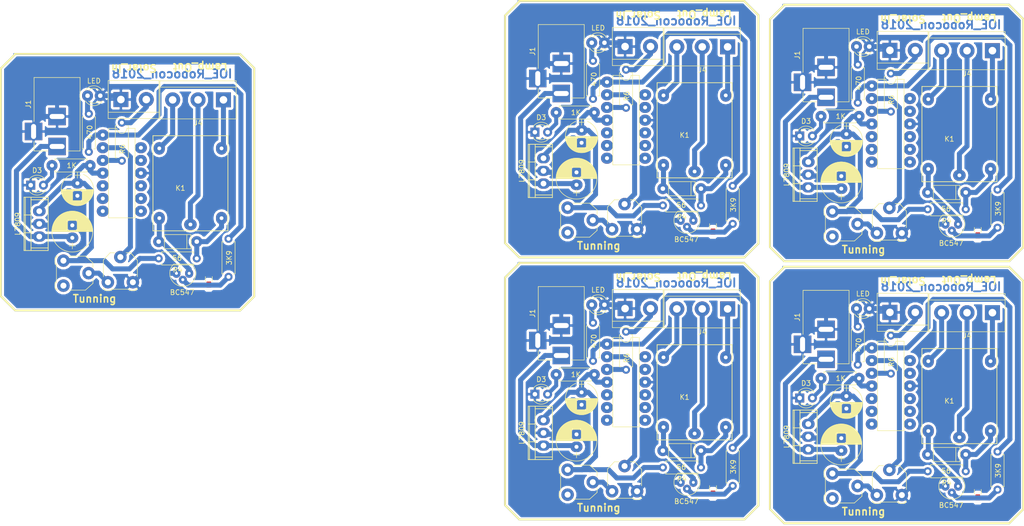
<source format=kicad_pcb>
(kicad_pcb (version 4) (host pcbnew 4.0.7)
  (layers (0 F.Cu signal) (31 B.Cu signal) (34 B.Paste user) (35 F.Paste user) (36 B.SilkS user) (37 F.SilkS user) (38 B.Mask user) (39 F.Mask user) (44 Edge.Cuts user))
  (net 0 "")
  (net 1 "Net-(C1-Pad1)")
  (net 2 GND)
  (net 3 +9V)
  (net 4 "Net-(D1-Pad2)")
  (net 5 "Net-(D2-Pad1)")
  (net 6 "Net-(J2-Pad2)")
  (net 7 "Net-(J4-Pad1)")
  (net 8 "Net-(J4-Pad2)")
  (net 9 "Net-(J4-Pad3)")
  (net 10 "Net-(Q1-Pad2)")
  (net 11 "Net-(R2-Pad1)")
  (net 12 "Net-(RV1-Pad2)")
  (net 13 "Net-(RV1-Pad3)")
  (net 14 "Net-(D2-Pad2)")
  (net 15 "Net-(D3-Pad2)")
  (net 16 "Net-(R6-Pad1)")
  (net 17 "Net-(RV2-Pad2)")
  (module Resistors_THT:R_Axial_DIN0207_L6.3mm_D2.5mm_P7.62mm_Horizontal (layer F.Cu) (at 69.5325 66.929 90)
    (fp_text reference R6 (at 2.3495 0.127 90) (layer F.SilkS))
    (fp_text value R)
    (pad 1 thru_hole circle (at 0 0 90) (size 1.6 1.6) (drill 0.8) (layers *.Cu *.Mask) (net 16 "Net-(R6-Pad1)"))
    (pad 2 thru_hole oval (at 7.62 0 90) (size 1.6 1.6) (drill 0.8) (layers *.Cu *.Mask) (net 6 "Net-(J2-Pad2)"))
  )
  (module Resistors_THT:R_Axial_DIN0207_L6.3mm_D2.5mm_P7.62mm_Horizontal (layer F.Cu) (at 84.5185 86.487 180)
    (fp_text reference R4 (at 3.81 -2.31 180) (layer F.SilkS))
    (fp_text value 56 (at 3.937 0.0635 180) (layer F.SilkS))
    (pad 1 thru_hole circle (at 0 0 180) (size 1.6 1.6) (drill 0.8) (layers *.Cu *.Mask) (net 5 "Net-(D2-Pad1)"))
    (pad 2 thru_hole oval (at 7.62 0 180) (size 1.6 1.6) (drill 0.8) (layers *.Cu *.Mask) (net 3 +9V))
  )
  (module Resistors_THT:R_Axial_DIN0207_L6.3mm_D2.5mm_P7.62mm_Horizontal (layer F.Cu) (at 90.8685 90.17 90)
    (fp_text reference R3 hide)
    (fp_text value 3K9 (at 3.81 0.127 90) (layer F.SilkS))
    (pad 1 thru_hole circle (at 0 0 90) (size 1.6 1.6) (drill 0.8) (layers *.Cu *.Mask) (net 10 "Net-(Q1-Pad2)"))
    (pad 2 thru_hole oval (at 7.62 0 90) (size 1.6 1.6) (drill 0.8) (layers *.Cu *.Mask) (net 11 "Net-(R2-Pad1)"))
  )
  (module Resistors_THT:R_Axial_DIN0207_L6.3mm_D2.5mm_P7.62mm_Horizontal (layer F.Cu) (at 62.9285 65.151 90)
    (fp_text reference R2 hide)
    (fp_text value 470 (at 3.937 0.1905 90) (layer F.SilkS))
    (pad 1 thru_hole circle (at 0 0 90) (size 1.6 1.6) (drill 0.8) (layers *.Cu *.Mask) (net 11 "Net-(R2-Pad1)"))
    (pad 2 thru_hole oval (at 7.62 0 90) (size 1.6 1.6) (drill 0.8) (layers *.Cu *.Mask) (net 4 "Net-(D1-Pad2)"))
  )
  (module Connectors:BARREL_JACK (layer F.Cu) (at 56.5785 64.0715 270)
    (fp_text reference J1 (at -8.45 5.75 450) (layer F.SilkS))
    (fp_text value Power_In)
    (pad 1 thru_hole rect (at 0 0 270) (size 3.5 3.5) (drill oval 1 3) (layers *.Cu *.Mask) (net 1 "Net-(C1-Pad1)"))
    (pad 2 thru_hole rect (at -6 0 270) (size 3.5 3.5) (drill oval 1 3) (layers *.Cu *.Mask) (net 2 GND))
    (pad 3 thru_hole rect (at -3 4.7 270) (size 3.5 3.5) (drill oval 3 1) (layers *.Cu *.Mask) (net 2 GND))
  )
  (module LEDs:LED_D3.0mm (layer F.Cu) (at 51.308 71.8185)
    (fp_text reference D3 (at 1.27 -2.96) (layer F.SilkS))
    (fp_text value LED)
    (pad 1 thru_hole rect (at 0 0) (size 1.8 1.8) (drill 0.9) (layers *.Cu *.Mask) (net 2 GND))
    (pad 2 thru_hole circle (at 2.54 0) (size 1.8 1.8) (drill 0.9) (layers *.Cu *.Mask) (net 15 "Net-(D3-Pad2)"))
  )
  (module Resistors_SMD:R_0603_HandSoldering (layer F.Cu) (at 86.9315 90.6145 90)
    (fp_text reference R5 hide)
    (fp_text value R hide)
    (pad 1 smd rect (at -1.1 0 90) (size 1.2 0.9) (layers F.Cu F.Paste F.Mask) (net 10 "Net-(Q1-Pad2)"))
    (pad 2 smd rect (at 1.1 0 90) (size 1.2 0.9) (layers F.Cu F.Paste F.Mask) (net 2 GND))
  )
  (module Power_Integrations:TO-220 (layer F.Cu) (at 53.0225 79.5655 90)
    (fp_text reference U1 hide)
    (fp_text value L7809 (at 0 -4.318 90) (layer F.SilkS))
    (pad 2 thru_hole oval (at 0 0 90) (size 2.032 2.54) (drill 1.143) (layers *.Cu *.Mask) (net 2 GND))
    (pad 3 thru_hole oval (at 2.54 0 90) (size 2.032 2.54) (drill 1.143) (layers *.Cu *.Mask) (net 3 +9V))
    (pad 1 thru_hole oval (at -2.54 0 90) (size 2.032 2.54) (drill 1.143) (layers *.Cu *.Mask) (net 1 "Net-(C1-Pad1)"))
  )
  (module Potentiometers:Potentiometer_Triwood_RM-065 (layer F.Cu) (at 66.7385 91.2495)
    (fp_text reference RV2 hide)
    (fp_text value POT hide)
    (pad 2 thru_hole circle (at 2.5 -5.04) (size 2.5 2.5) (drill 1.2) (layers *.Cu *.Mask) (net 17 "Net-(RV2-Pad2)"))
    (pad 3 thru_hole circle (at 5 0) (size 2.5 2.5) (drill 1.2) (layers *.Cu *.Mask) (net 2 GND))
    (pad 1 thru_hole circle (at 0 0) (size 2.5 2.5) (drill 1.2) (layers *.Cu *.Mask) (net 12 "Net-(RV1-Pad2)"))
  )
  (module Potentiometers:Potentiometer_Triwood_RM-065 (layer F.Cu) (at 57.8485 86.9315 270)
    (fp_text reference RV1 hide)
    (fp_text value POT hide)
    (pad 2 thru_hole circle (at 2.5 -5.04 270) (size 2.5 2.5) (drill 1.2) (layers *.Cu *.Mask) (net 12 "Net-(RV1-Pad2)"))
    (pad 3 thru_hole circle (at 5 0 270) (size 2.5 2.5) (drill 1.2) (layers *.Cu *.Mask) (net 13 "Net-(RV1-Pad3)"))
    (pad 1 thru_hole circle (at 0 0 270) (size 2.5 2.5) (drill 1.2) (layers *.Cu *.Mask) (net 3 +9V))
  )
  (module Resistors_THT:R_Axial_DIN0207_L6.3mm_D2.5mm_P7.62mm_Horizontal (layer F.Cu) (at 63.1825 67.8815 180)
    (fp_text reference R1 hide)
    (fp_text value 1K (at 3.683 0 180) (layer F.SilkS))
    (pad 1 thru_hole circle (at 0 0 180) (size 2.2 2.2) (drill 0.8) (layers *.Cu *.Mask) (net 3 +9V))
    (pad 2 thru_hole circle (at 7.62 0 180) (size 2.2 2.2) (drill 0.8) (layers *.Cu *.Mask) (net 15 "Net-(D3-Pad2)"))
  )
  (module TO_SOT_Packages_THT:TO-92_Molded_Narrow (layer F.Cu) (at 82.9945 89.4715 180)
    (fp_text reference Q1 hide)
    (fp_text value BC547 (at 1.397 -3.81 180) (layer F.SilkS))
    (pad 2 thru_hole oval (at 1.27 -1.27 270) (size 1.6 1.6) (drill 0.6) (layers *.Cu *.Mask) (net 10 "Net-(Q1-Pad2)"))
    (pad 3 thru_hole oval (at 2.54 0 270) (size 1.8 1.6) (drill 0.6) (layers *.Cu *.Mask) (net 2 GND))
    (pad 1 thru_hole oval (at 0 0 270) (size 1.8 1.6) (drill 0.6) (layers *.Cu *.Mask) (net 14 "Net-(D2-Pad2)"))
  )
  (module Connectors:bornier3 (layer F.Cu) (at 89.8525 54.737 180)
    (fp_text reference J4 (at 5.05 -4.65 180) (layer F.SilkS))
    (fp_text value Conn_01x03 hide)
    (pad 1 thru_hole rect (at 0 0 180) (size 3 3) (drill 1.52) (layers *.Cu *.Mask) (net 7 "Net-(J4-Pad1)"))
    (pad 2 thru_hole circle (at 5.08 0 180) (size 3 3) (drill 1.52) (layers *.Cu *.Mask) (net 8 "Net-(J4-Pad2)"))
    (pad 3 thru_hole circle (at 10.16 0 180) (size 3 3) (drill 1.52) (layers *.Cu *.Mask) (net 9 "Net-(J4-Pad3)"))
  )
  (module Connectors:bornier2 (layer F.Cu) (at 69.342 54.6735)
    (fp_text reference J2 hide)
    (fp_text value Conn_01x02 hide)
    (pad 1 thru_hole rect (at 0 0) (size 3 3) (drill 1.52) (layers *.Cu *.Mask) (net 2 GND))
    (pad 2 thru_hole circle (at 5.08 0) (size 3 3) (drill 1.52) (layers *.Cu *.Mask) (net 6 "Net-(J2-Pad2)"))
  )
  (module Diodes_THT:D_A-405_P7.62mm_Horizontal (layer F.Cu) (at 84.5185 83.1215 180)
    (fp_text reference D2 hide)
    (fp_text value D hide)
    (pad 1 thru_hole circle (at 0 0 180) (size 2.2 2.2) (drill 0.9) (layers *.Cu *.Mask) (net 5 "Net-(D2-Pad1)"))
    (pad 2 thru_hole circle (at 7.62 0 180) (size 2.2 2.2) (drill 0.9) (layers *.Cu *.Mask) (net 14 "Net-(D2-Pad2)"))
  )
  (module LEDs:LED_D3.0mm (layer F.Cu) (at 65.2145 53.9115 180)
    (fp_text reference D1 hide)
    (fp_text value LED (at 1.27 2.96 180) (layer F.SilkS))
    (pad 1 thru_hole circle (at 0 0 180) (size 2.2 2.2) (drill 0.9) (layers *.Cu *.Mask) (net 2 GND))
    (pad 2 thru_hole circle (at 2.54 0 180) (size 2.2 2.2) (drill 0.9) (layers *.Cu *.Mask) (net 4 "Net-(D1-Pad2)"))
  )
  (module Capacitors_THT:CP_Radial_D6.3mm_P2.50mm (layer F.Cu) (at 60.6425 71.4375 270)
    (fp_text reference C2 hide)
    (fp_text value C hide)
    (pad 1 thru_hole oval (at 0 0 270) (size 2.1 2.4) (drill 0.8) (layers *.Cu *.Mask) (net 3 +9V))
    (pad 2 thru_hole oval (at 2.5 0 270) (size 2.1 2.4) (drill 0.8) (layers *.Cu *.Mask) (net 2 GND))
  )
  (module Capacitors_THT:CP_Radial_D8.0mm_P2.50mm (layer F.Cu) (at 59.6265 82.3595 90)
    (fp_text reference C1 hide)
    (fp_text value C hide)
    (pad 1 thru_hole oval (at 0 0 90) (size 2.1 2.4) (drill 0.8) (layers *.Cu *.Mask) (net 1 "Net-(C1-Pad1)"))
    (pad 2 thru_hole oval (at 2.5 0 90) (size 2.1 2.4) (drill 0.8) (layers *.Cu *.Mask) (net 2 GND))
  )
  (module Relay_SPDT_OMRON-G5Q (layer F.Cu) (at 90.7415 61.9125 180)
    (fp_text reference K1 (at 9.5 -10.5 360) (layer F.SilkS))
    (fp_text value G5Q-1 hide)
    (pad 5 thru_hole oval (at 1.27 -16.51 180) (size 2.2 2.5) (drill 0.762) (layers *.Cu *.Mask) (net 5 "Net-(D2-Pad1)"))
    (pad 2 thru_hole oval (at 7.493 -17.78 180) (size 2.5 2.2) (drill 0.762) (layers *.Cu *.Mask) (net 8 "Net-(J4-Pad2)"))
    (pad 3 thru_hole oval (at 1.27 -2.54 180) (size 2.2 2.5) (drill 0.762) (layers *.Cu *.Mask) (net 7 "Net-(J4-Pad1)"))
    (pad 4 thru_hole oval (at 13.716 -2.54 180) (size 2.2 2.5) (drill 0.762) (layers *.Cu *.Mask) (net 9 "Net-(J4-Pad3)"))
    (pad 1 thru_hole oval (at 13.716 -16.51 180) (size 2.2 2.5) (drill 0.762) (layers *.Cu *.Mask) (net 14 "Net-(D2-Pad2)"))
  )
  (module Housings_DIP:DIP-14_W7.62mm (layer F.Cu) (at 65.7225 61.7855)
    (fp_text reference U2 hide)
    (fp_text value LM324)
    (pad 1 thru_hole oval (at 0 0) (size 2.4 2.2) (drill 0.8) (layers *.Cu *.Mask) (net 11 "Net-(R2-Pad1)"))
    (pad 8 thru_hole oval (at 7.62 15.24) (size 2.4 2.2) (drill 0.8) (layers *.Cu *.Mask))
    (pad 2 thru_hole oval (at 0 2.54) (size 2.4 2.2) (drill 0.8) (layers *.Cu *.Mask) (net 17 "Net-(RV2-Pad2)"))
    (pad 9 thru_hole oval (at 7.62 12.7) (size 2.4 2.2) (drill 0.8) (layers *.Cu *.Mask))
    (pad 3 thru_hole oval (at 0 5.08) (size 2.4 2.2) (drill 0.8) (layers *.Cu *.Mask) (net 16 "Net-(R6-Pad1)"))
    (pad 10 thru_hole oval (at 7.62 10.16) (size 2.4 2.2) (drill 0.8) (layers *.Cu *.Mask))
    (pad 4 thru_hole oval (at 0 7.62) (size 2.4 2.2) (drill 0.8) (layers *.Cu *.Mask) (net 3 +9V))
    (pad 11 thru_hole oval (at 7.62 7.62) (size 2.4 2.2) (drill 0.8) (layers *.Cu *.Mask) (net 2 GND))
    (pad 5 thru_hole oval (at 0 10.16) (size 2.4 2.2) (drill 0.8) (layers *.Cu *.Mask))
    (pad 12 thru_hole oval (at 7.62 5.08) (size 2.4 2.2) (drill 0.8) (layers *.Cu *.Mask))
    (pad 6 thru_hole oval (at 0 12.7) (size 2.4 2.2) (drill 0.8) (layers *.Cu *.Mask))
    (pad 13 thru_hole oval (at 7.62 2.54) (size 2.4 2.2) (drill 0.8) (layers *.Cu *.Mask))
    (pad 7 thru_hole oval (at 0 15.24) (size 2.4 2.2) (drill 0.8) (layers *.Cu *.Mask))
  )
  (module Resistors_THT:R_Axial_DIN0207_L6.3mm_D2.5mm_P7.62mm_Horizontal (layer F.Cu) (at 223.3295 57.0865 90)
    (fp_text reference R6 (at 2.3495 0.127 90) (layer F.SilkS))
    (fp_text value R)
    (pad 1 thru_hole circle (at 0 0 90) (size 1.6 1.6) (drill 0.8) (layers *.Cu *.Mask) (net 16 "Net-(R6-Pad1)"))
    (pad 2 thru_hole oval (at 7.62 0 90) (size 1.6 1.6) (drill 0.8) (layers *.Cu *.Mask) (net 6 "Net-(J2-Pad2)"))
  )
  (module Resistors_THT:R_Axial_DIN0207_L6.3mm_D2.5mm_P7.62mm_Horizontal (layer F.Cu) (at 238.3155 76.6445 180)
    (fp_text reference R4 (at 3.81 -2.31 180) (layer F.SilkS))
    (fp_text value 56 (at 3.937 0.0635 180) (layer F.SilkS))
    (pad 1 thru_hole circle (at 0 0 180) (size 1.6 1.6) (drill 0.8) (layers *.Cu *.Mask) (net 5 "Net-(D2-Pad1)"))
    (pad 2 thru_hole oval (at 7.62 0 180) (size 1.6 1.6) (drill 0.8) (layers *.Cu *.Mask) (net 3 +9V))
  )
  (module Resistors_THT:R_Axial_DIN0207_L6.3mm_D2.5mm_P7.62mm_Horizontal (layer F.Cu) (at 244.6655 80.3275 90)
    (fp_text reference R3 hide)
    (fp_text value 3K9 (at 3.81 0.127 90) (layer F.SilkS))
    (pad 1 thru_hole circle (at 0 0 90) (size 1.6 1.6) (drill 0.8) (layers *.Cu *.Mask) (net 10 "Net-(Q1-Pad2)"))
    (pad 2 thru_hole oval (at 7.62 0 90) (size 1.6 1.6) (drill 0.8) (layers *.Cu *.Mask) (net 11 "Net-(R2-Pad1)"))
  )
  (module Resistors_THT:R_Axial_DIN0207_L6.3mm_D2.5mm_P7.62mm_Horizontal (layer F.Cu) (at 216.7255 55.3085 90)
    (fp_text reference R2 hide)
    (fp_text value 470 (at 3.937 0.1905 90) (layer F.SilkS))
    (pad 1 thru_hole circle (at 0 0 90) (size 1.6 1.6) (drill 0.8) (layers *.Cu *.Mask) (net 11 "Net-(R2-Pad1)"))
    (pad 2 thru_hole oval (at 7.62 0 90) (size 1.6 1.6) (drill 0.8) (layers *.Cu *.Mask) (net 4 "Net-(D1-Pad2)"))
  )
  (module Connectors:BARREL_JACK (layer F.Cu) (at 210.3755 54.229 270)
    (fp_text reference J1 (at -8.45 5.75 450) (layer F.SilkS))
    (fp_text value Power_In)
    (pad 1 thru_hole rect (at 0 0 270) (size 3.5 3.5) (drill oval 1 3) (layers *.Cu *.Mask) (net 1 "Net-(C1-Pad1)"))
    (pad 2 thru_hole rect (at -6 0 270) (size 3.5 3.5) (drill oval 1 3) (layers *.Cu *.Mask) (net 2 GND))
    (pad 3 thru_hole rect (at -3 4.7 270) (size 3.5 3.5) (drill oval 3 1) (layers *.Cu *.Mask) (net 2 GND))
  )
  (module LEDs:LED_D3.0mm (layer F.Cu) (at 205.105 61.976)
    (fp_text reference D3 (at 1.27 -2.96) (layer F.SilkS))
    (fp_text value LED)
    (pad 1 thru_hole rect (at 0 0) (size 1.8 1.8) (drill 0.9) (layers *.Cu *.Mask) (net 2 GND))
    (pad 2 thru_hole circle (at 2.54 0) (size 1.8 1.8) (drill 0.9) (layers *.Cu *.Mask) (net 15 "Net-(D3-Pad2)"))
  )
  (module Resistors_SMD:R_0603_HandSoldering (layer F.Cu) (at 240.7285 80.772 90)
    (fp_text reference R5 hide)
    (fp_text value R hide)
    (pad 1 smd rect (at -1.1 0 90) (size 1.2 0.9) (layers F.Cu F.Paste F.Mask) (net 10 "Net-(Q1-Pad2)"))
    (pad 2 smd rect (at 1.1 0 90) (size 1.2 0.9) (layers F.Cu F.Paste F.Mask) (net 2 GND))
  )
  (module Power_Integrations:TO-220 (layer F.Cu) (at 206.8195 69.723 90)
    (fp_text reference U1 hide)
    (fp_text value L7809 (at 0 -4.318 90) (layer F.SilkS))
    (pad 2 thru_hole oval (at 0 0 90) (size 2.032 2.54) (drill 1.143) (layers *.Cu *.Mask) (net 2 GND))
    (pad 3 thru_hole oval (at 2.54 0 90) (size 2.032 2.54) (drill 1.143) (layers *.Cu *.Mask) (net 3 +9V))
    (pad 1 thru_hole oval (at -2.54 0 90) (size 2.032 2.54) (drill 1.143) (layers *.Cu *.Mask) (net 1 "Net-(C1-Pad1)"))
  )
  (module Potentiometers:Potentiometer_Triwood_RM-065 (layer F.Cu) (at 220.5355 81.407)
    (fp_text reference RV2 hide)
    (fp_text value POT hide)
    (pad 2 thru_hole circle (at 2.5 -5.04) (size 2.5 2.5) (drill 1.2) (layers *.Cu *.Mask) (net 17 "Net-(RV2-Pad2)"))
    (pad 3 thru_hole circle (at 5 0) (size 2.5 2.5) (drill 1.2) (layers *.Cu *.Mask) (net 2 GND))
    (pad 1 thru_hole circle (at 0 0) (size 2.5 2.5) (drill 1.2) (layers *.Cu *.Mask) (net 12 "Net-(RV1-Pad2)"))
  )
  (module Potentiometers:Potentiometer_Triwood_RM-065 (layer F.Cu) (at 211.6455 77.089 270)
    (fp_text reference RV1 hide)
    (fp_text value POT hide)
    (pad 2 thru_hole circle (at 2.5 -5.04 270) (size 2.5 2.5) (drill 1.2) (layers *.Cu *.Mask) (net 12 "Net-(RV1-Pad2)"))
    (pad 3 thru_hole circle (at 5 0 270) (size 2.5 2.5) (drill 1.2) (layers *.Cu *.Mask) (net 13 "Net-(RV1-Pad3)"))
    (pad 1 thru_hole circle (at 0 0 270) (size 2.5 2.5) (drill 1.2) (layers *.Cu *.Mask) (net 3 +9V))
  )
  (module Resistors_THT:R_Axial_DIN0207_L6.3mm_D2.5mm_P7.62mm_Horizontal (layer F.Cu) (at 216.9795 58.039 180)
    (fp_text reference R1 hide)
    (fp_text value 1K (at 3.683 0 180) (layer F.SilkS))
    (pad 1 thru_hole circle (at 0 0 180) (size 2.2 2.2) (drill 0.8) (layers *.Cu *.Mask) (net 3 +9V))
    (pad 2 thru_hole circle (at 7.62 0 180) (size 2.2 2.2) (drill 0.8) (layers *.Cu *.Mask) (net 15 "Net-(D3-Pad2)"))
  )
  (module TO_SOT_Packages_THT:TO-92_Molded_Narrow (layer F.Cu) (at 236.7915 79.629 180)
    (fp_text reference Q1 hide)
    (fp_text value BC547 (at 1.397 -3.81 180) (layer F.SilkS))
    (pad 2 thru_hole oval (at 1.27 -1.27 270) (size 1.6 1.6) (drill 0.6) (layers *.Cu *.Mask) (net 10 "Net-(Q1-Pad2)"))
    (pad 3 thru_hole oval (at 2.54 0 270) (size 1.8 1.6) (drill 0.6) (layers *.Cu *.Mask) (net 2 GND))
    (pad 1 thru_hole oval (at 0 0 270) (size 1.8 1.6) (drill 0.6) (layers *.Cu *.Mask) (net 14 "Net-(D2-Pad2)"))
  )
  (module Connectors:bornier3 (layer F.Cu) (at 243.6495 44.8945 180)
    (fp_text reference J4 (at 5.05 -4.65 180) (layer F.SilkS))
    (fp_text value Conn_01x03 hide)
    (pad 1 thru_hole rect (at 0 0 180) (size 3 3) (drill 1.52) (layers *.Cu *.Mask) (net 7 "Net-(J4-Pad1)"))
    (pad 2 thru_hole circle (at 5.08 0 180) (size 3 3) (drill 1.52) (layers *.Cu *.Mask) (net 8 "Net-(J4-Pad2)"))
    (pad 3 thru_hole circle (at 10.16 0 180) (size 3 3) (drill 1.52) (layers *.Cu *.Mask) (net 9 "Net-(J4-Pad3)"))
  )
  (module Connectors:bornier2 (layer F.Cu) (at 223.139 44.831)
    (fp_text reference J2 hide)
    (fp_text value Conn_01x02 hide)
    (pad 1 thru_hole rect (at 0 0) (size 3 3) (drill 1.52) (layers *.Cu *.Mask) (net 2 GND))
    (pad 2 thru_hole circle (at 5.08 0) (size 3 3) (drill 1.52) (layers *.Cu *.Mask) (net 6 "Net-(J2-Pad2)"))
  )
  (module Diodes_THT:D_A-405_P7.62mm_Horizontal (layer F.Cu) (at 238.3155 73.279 180)
    (fp_text reference D2 hide)
    (fp_text value D hide)
    (pad 1 thru_hole circle (at 0 0 180) (size 2.2 2.2) (drill 0.9) (layers *.Cu *.Mask) (net 5 "Net-(D2-Pad1)"))
    (pad 2 thru_hole circle (at 7.62 0 180) (size 2.2 2.2) (drill 0.9) (layers *.Cu *.Mask) (net 14 "Net-(D2-Pad2)"))
  )
  (module LEDs:LED_D3.0mm (layer F.Cu) (at 219.0115 44.069 180)
    (fp_text reference D1 hide)
    (fp_text value LED (at 1.27 2.96 180) (layer F.SilkS))
    (pad 1 thru_hole circle (at 0 0 180) (size 2.2 2.2) (drill 0.9) (layers *.Cu *.Mask) (net 2 GND))
    (pad 2 thru_hole circle (at 2.54 0 180) (size 2.2 2.2) (drill 0.9) (layers *.Cu *.Mask) (net 4 "Net-(D1-Pad2)"))
  )
  (module Capacitors_THT:CP_Radial_D6.3mm_P2.50mm (layer F.Cu) (at 214.4395 61.595 270)
    (fp_text reference C2 hide)
    (fp_text value C hide)
    (pad 1 thru_hole oval (at 0 0 270) (size 2.1 2.4) (drill 0.8) (layers *.Cu *.Mask) (net 3 +9V))
    (pad 2 thru_hole oval (at 2.5 0 270) (size 2.1 2.4) (drill 0.8) (layers *.Cu *.Mask) (net 2 GND))
  )
  (module Capacitors_THT:CP_Radial_D8.0mm_P2.50mm (layer F.Cu) (at 213.4235 72.517 90)
    (fp_text reference C1 hide)
    (fp_text value C hide)
    (pad 1 thru_hole oval (at 0 0 90) (size 2.1 2.4) (drill 0.8) (layers *.Cu *.Mask) (net 1 "Net-(C1-Pad1)"))
    (pad 2 thru_hole oval (at 2.5 0 90) (size 2.1 2.4) (drill 0.8) (layers *.Cu *.Mask) (net 2 GND))
  )
  (module Relay_SPDT_OMRON-G5Q (layer F.Cu) (at 244.5385 52.07 180)
    (fp_text reference K1 (at 9.5 -10.5 360) (layer F.SilkS))
    (fp_text value G5Q-1 hide)
    (pad 5 thru_hole oval (at 1.27 -16.51 180) (size 2.2 2.5) (drill 0.762) (layers *.Cu *.Mask) (net 5 "Net-(D2-Pad1)"))
    (pad 2 thru_hole oval (at 7.493 -17.78 180) (size 2.5 2.2) (drill 0.762) (layers *.Cu *.Mask) (net 8 "Net-(J4-Pad2)"))
    (pad 3 thru_hole oval (at 1.27 -2.54 180) (size 2.2 2.5) (drill 0.762) (layers *.Cu *.Mask) (net 7 "Net-(J4-Pad1)"))
    (pad 4 thru_hole oval (at 13.716 -2.54 180) (size 2.2 2.5) (drill 0.762) (layers *.Cu *.Mask) (net 9 "Net-(J4-Pad3)"))
    (pad 1 thru_hole oval (at 13.716 -16.51 180) (size 2.2 2.5) (drill 0.762) (layers *.Cu *.Mask) (net 14 "Net-(D2-Pad2)"))
  )
  (module Housings_DIP:DIP-14_W7.62mm (layer F.Cu) (at 219.5195 51.943)
    (fp_text reference U2 hide)
    (fp_text value LM324)
    (pad 1 thru_hole oval (at 0 0) (size 2.4 2.2) (drill 0.8) (layers *.Cu *.Mask) (net 11 "Net-(R2-Pad1)"))
    (pad 8 thru_hole oval (at 7.62 15.24) (size 2.4 2.2) (drill 0.8) (layers *.Cu *.Mask))
    (pad 2 thru_hole oval (at 0 2.54) (size 2.4 2.2) (drill 0.8) (layers *.Cu *.Mask) (net 17 "Net-(RV2-Pad2)"))
    (pad 9 thru_hole oval (at 7.62 12.7) (size 2.4 2.2) (drill 0.8) (layers *.Cu *.Mask))
    (pad 3 thru_hole oval (at 0 5.08) (size 2.4 2.2) (drill 0.8) (layers *.Cu *.Mask) (net 16 "Net-(R6-Pad1)"))
    (pad 10 thru_hole oval (at 7.62 10.16) (size 2.4 2.2) (drill 0.8) (layers *.Cu *.Mask))
    (pad 4 thru_hole oval (at 0 7.62) (size 2.4 2.2) (drill 0.8) (layers *.Cu *.Mask) (net 3 +9V))
    (pad 11 thru_hole oval (at 7.62 7.62) (size 2.4 2.2) (drill 0.8) (layers *.Cu *.Mask) (net 2 GND))
    (pad 5 thru_hole oval (at 0 10.16) (size 2.4 2.2) (drill 0.8) (layers *.Cu *.Mask))
    (pad 12 thru_hole oval (at 7.62 5.08) (size 2.4 2.2) (drill 0.8) (layers *.Cu *.Mask))
    (pad 6 thru_hole oval (at 0 12.7) (size 2.4 2.2) (drill 0.8) (layers *.Cu *.Mask))
    (pad 13 thru_hole oval (at 7.62 2.54) (size 2.4 2.2) (drill 0.8) (layers *.Cu *.Mask))
    (pad 7 thru_hole oval (at 0 15.24) (size 2.4 2.2) (drill 0.8) (layers *.Cu *.Mask))
  )
  (module Housings_DIP:DIP-14_W7.62mm (layer F.Cu) (at 219.5195 104.394)
    (fp_text reference U2 hide)
    (fp_text value LM324)
    (pad 1 thru_hole oval (at 0 0) (size 2.4 2.2) (drill 0.8) (layers *.Cu *.Mask) (net 11 "Net-(R2-Pad1)"))
    (pad 8 thru_hole oval (at 7.62 15.24) (size 2.4 2.2) (drill 0.8) (layers *.Cu *.Mask))
    (pad 2 thru_hole oval (at 0 2.54) (size 2.4 2.2) (drill 0.8) (layers *.Cu *.Mask) (net 17 "Net-(RV2-Pad2)"))
    (pad 9 thru_hole oval (at 7.62 12.7) (size 2.4 2.2) (drill 0.8) (layers *.Cu *.Mask))
    (pad 3 thru_hole oval (at 0 5.08) (size 2.4 2.2) (drill 0.8) (layers *.Cu *.Mask) (net 16 "Net-(R6-Pad1)"))
    (pad 10 thru_hole oval (at 7.62 10.16) (size 2.4 2.2) (drill 0.8) (layers *.Cu *.Mask))
    (pad 4 thru_hole oval (at 0 7.62) (size 2.4 2.2) (drill 0.8) (layers *.Cu *.Mask) (net 3 +9V))
    (pad 11 thru_hole oval (at 7.62 7.62) (size 2.4 2.2) (drill 0.8) (layers *.Cu *.Mask) (net 2 GND))
    (pad 5 thru_hole oval (at 0 10.16) (size 2.4 2.2) (drill 0.8) (layers *.Cu *.Mask))
    (pad 12 thru_hole oval (at 7.62 5.08) (size 2.4 2.2) (drill 0.8) (layers *.Cu *.Mask))
    (pad 6 thru_hole oval (at 0 12.7) (size 2.4 2.2) (drill 0.8) (layers *.Cu *.Mask))
    (pad 13 thru_hole oval (at 7.62 2.54) (size 2.4 2.2) (drill 0.8) (layers *.Cu *.Mask))
    (pad 7 thru_hole oval (at 0 15.24) (size 2.4 2.2) (drill 0.8) (layers *.Cu *.Mask))
  )
  (module Relay_SPDT_OMRON-G5Q (layer F.Cu) (at 244.5385 104.521 180)
    (fp_text reference K1 (at 9.5 -10.5 360) (layer F.SilkS))
    (fp_text value G5Q-1 hide)
    (pad 5 thru_hole oval (at 1.27 -16.51 180) (size 2.2 2.5) (drill 0.762) (layers *.Cu *.Mask) (net 5 "Net-(D2-Pad1)"))
    (pad 2 thru_hole oval (at 7.493 -17.78 180) (size 2.5 2.2) (drill 0.762) (layers *.Cu *.Mask) (net 8 "Net-(J4-Pad2)"))
    (pad 3 thru_hole oval (at 1.27 -2.54 180) (size 2.2 2.5) (drill 0.762) (layers *.Cu *.Mask) (net 7 "Net-(J4-Pad1)"))
    (pad 4 thru_hole oval (at 13.716 -2.54 180) (size 2.2 2.5) (drill 0.762) (layers *.Cu *.Mask) (net 9 "Net-(J4-Pad3)"))
    (pad 1 thru_hole oval (at 13.716 -16.51 180) (size 2.2 2.5) (drill 0.762) (layers *.Cu *.Mask) (net 14 "Net-(D2-Pad2)"))
  )
  (module Capacitors_THT:CP_Radial_D8.0mm_P2.50mm (layer F.Cu) (at 213.4235 124.968 90)
    (fp_text reference C1 hide)
    (fp_text value C hide)
    (pad 1 thru_hole oval (at 0 0 90) (size 2.1 2.4) (drill 0.8) (layers *.Cu *.Mask) (net 1 "Net-(C1-Pad1)"))
    (pad 2 thru_hole oval (at 2.5 0 90) (size 2.1 2.4) (drill 0.8) (layers *.Cu *.Mask) (net 2 GND))
  )
  (module Capacitors_THT:CP_Radial_D6.3mm_P2.50mm (layer F.Cu) (at 214.4395 114.046 270)
    (fp_text reference C2 hide)
    (fp_text value C hide)
    (pad 1 thru_hole oval (at 0 0 270) (size 2.1 2.4) (drill 0.8) (layers *.Cu *.Mask) (net 3 +9V))
    (pad 2 thru_hole oval (at 2.5 0 270) (size 2.1 2.4) (drill 0.8) (layers *.Cu *.Mask) (net 2 GND))
  )
  (module LEDs:LED_D3.0mm (layer F.Cu) (at 219.0115 96.52 180)
    (fp_text reference D1 hide)
    (fp_text value LED (at 1.27 2.96 180) (layer F.SilkS))
    (pad 1 thru_hole circle (at 0 0 180) (size 2.2 2.2) (drill 0.9) (layers *.Cu *.Mask) (net 2 GND))
    (pad 2 thru_hole circle (at 2.54 0 180) (size 2.2 2.2) (drill 0.9) (layers *.Cu *.Mask) (net 4 "Net-(D1-Pad2)"))
  )
  (module Diodes_THT:D_A-405_P7.62mm_Horizontal (layer F.Cu) (at 238.3155 125.73 180)
    (fp_text reference D2 hide)
    (fp_text value D hide)
    (pad 1 thru_hole circle (at 0 0 180) (size 2.2 2.2) (drill 0.9) (layers *.Cu *.Mask) (net 5 "Net-(D2-Pad1)"))
    (pad 2 thru_hole circle (at 7.62 0 180) (size 2.2 2.2) (drill 0.9) (layers *.Cu *.Mask) (net 14 "Net-(D2-Pad2)"))
  )
  (module Connectors:bornier2 (layer F.Cu) (at 223.139 97.282)
    (fp_text reference J2 hide)
    (fp_text value Conn_01x02 hide)
    (pad 1 thru_hole rect (at 0 0) (size 3 3) (drill 1.52) (layers *.Cu *.Mask) (net 2 GND))
    (pad 2 thru_hole circle (at 5.08 0) (size 3 3) (drill 1.52) (layers *.Cu *.Mask) (net 6 "Net-(J2-Pad2)"))
  )
  (module Connectors:bornier3 (layer F.Cu) (at 243.6495 97.3455 180)
    (fp_text reference J4 (at 5.05 -4.65 180) (layer F.SilkS))
    (fp_text value Conn_01x03 hide)
    (pad 1 thru_hole rect (at 0 0 180) (size 3 3) (drill 1.52) (layers *.Cu *.Mask) (net 7 "Net-(J4-Pad1)"))
    (pad 2 thru_hole circle (at 5.08 0 180) (size 3 3) (drill 1.52) (layers *.Cu *.Mask) (net 8 "Net-(J4-Pad2)"))
    (pad 3 thru_hole circle (at 10.16 0 180) (size 3 3) (drill 1.52) (layers *.Cu *.Mask) (net 9 "Net-(J4-Pad3)"))
  )
  (module TO_SOT_Packages_THT:TO-92_Molded_Narrow (layer F.Cu) (at 236.7915 132.08 180)
    (fp_text reference Q1 hide)
    (fp_text value BC547 (at 1.397 -3.81 180) (layer F.SilkS))
    (pad 2 thru_hole oval (at 1.27 -1.27 270) (size 1.6 1.6) (drill 0.6) (layers *.Cu *.Mask) (net 10 "Net-(Q1-Pad2)"))
    (pad 3 thru_hole oval (at 2.54 0 270) (size 1.8 1.6) (drill 0.6) (layers *.Cu *.Mask) (net 2 GND))
    (pad 1 thru_hole oval (at 0 0 270) (size 1.8 1.6) (drill 0.6) (layers *.Cu *.Mask) (net 14 "Net-(D2-Pad2)"))
  )
  (module Resistors_THT:R_Axial_DIN0207_L6.3mm_D2.5mm_P7.62mm_Horizontal (layer F.Cu) (at 216.9795 110.49 180)
    (fp_text reference R1 hide)
    (fp_text value 1K (at 3.683 0 180) (layer F.SilkS))
    (pad 1 thru_hole circle (at 0 0 180) (size 2.2 2.2) (drill 0.8) (layers *.Cu *.Mask) (net 3 +9V))
    (pad 2 thru_hole circle (at 7.62 0 180) (size 2.2 2.2) (drill 0.8) (layers *.Cu *.Mask) (net 15 "Net-(D3-Pad2)"))
  )
  (module Potentiometers:Potentiometer_Triwood_RM-065 (layer F.Cu) (at 211.6455 129.54 270)
    (fp_text reference RV1 hide)
    (fp_text value POT hide)
    (pad 2 thru_hole circle (at 2.5 -5.04 270) (size 2.5 2.5) (drill 1.2) (layers *.Cu *.Mask) (net 12 "Net-(RV1-Pad2)"))
    (pad 3 thru_hole circle (at 5 0 270) (size 2.5 2.5) (drill 1.2) (layers *.Cu *.Mask) (net 13 "Net-(RV1-Pad3)"))
    (pad 1 thru_hole circle (at 0 0 270) (size 2.5 2.5) (drill 1.2) (layers *.Cu *.Mask) (net 3 +9V))
  )
  (module Potentiometers:Potentiometer_Triwood_RM-065 (layer F.Cu) (at 220.5355 133.858)
    (fp_text reference RV2 hide)
    (fp_text value POT hide)
    (pad 2 thru_hole circle (at 2.5 -5.04) (size 2.5 2.5) (drill 1.2) (layers *.Cu *.Mask) (net 17 "Net-(RV2-Pad2)"))
    (pad 3 thru_hole circle (at 5 0) (size 2.5 2.5) (drill 1.2) (layers *.Cu *.Mask) (net 2 GND))
    (pad 1 thru_hole circle (at 0 0) (size 2.5 2.5) (drill 1.2) (layers *.Cu *.Mask) (net 12 "Net-(RV1-Pad2)"))
  )
  (module Power_Integrations:TO-220 (layer F.Cu) (at 206.8195 122.174 90)
    (fp_text reference U1 hide)
    (fp_text value L7809 (at 0 -4.318 90) (layer F.SilkS))
    (pad 2 thru_hole oval (at 0 0 90) (size 2.032 2.54) (drill 1.143) (layers *.Cu *.Mask) (net 2 GND))
    (pad 3 thru_hole oval (at 2.54 0 90) (size 2.032 2.54) (drill 1.143) (layers *.Cu *.Mask) (net 3 +9V))
    (pad 1 thru_hole oval (at -2.54 0 90) (size 2.032 2.54) (drill 1.143) (layers *.Cu *.Mask) (net 1 "Net-(C1-Pad1)"))
  )
  (module Resistors_SMD:R_0603_HandSoldering (layer F.Cu) (at 240.7285 133.223 90)
    (fp_text reference R5 hide)
    (fp_text value R hide)
    (pad 1 smd rect (at -1.1 0 90) (size 1.2 0.9) (layers F.Cu F.Paste F.Mask) (net 10 "Net-(Q1-Pad2)"))
    (pad 2 smd rect (at 1.1 0 90) (size 1.2 0.9) (layers F.Cu F.Paste F.Mask) (net 2 GND))
  )
  (module LEDs:LED_D3.0mm (layer F.Cu) (at 205.105 114.427)
    (fp_text reference D3 (at 1.27 -2.96) (layer F.SilkS))
    (fp_text value LED)
    (pad 1 thru_hole rect (at 0 0) (size 1.8 1.8) (drill 0.9) (layers *.Cu *.Mask) (net 2 GND))
    (pad 2 thru_hole circle (at 2.54 0) (size 1.8 1.8) (drill 0.9) (layers *.Cu *.Mask) (net 15 "Net-(D3-Pad2)"))
  )
  (module Connectors:BARREL_JACK (layer F.Cu) (at 210.3755 106.68 270)
    (fp_text reference J1 (at -8.45 5.75 450) (layer F.SilkS))
    (fp_text value Power_In)
    (pad 1 thru_hole rect (at 0 0 270) (size 3.5 3.5) (drill oval 1 3) (layers *.Cu *.Mask) (net 1 "Net-(C1-Pad1)"))
    (pad 2 thru_hole rect (at -6 0 270) (size 3.5 3.5) (drill oval 1 3) (layers *.Cu *.Mask) (net 2 GND))
    (pad 3 thru_hole rect (at -3 4.7 270) (size 3.5 3.5) (drill oval 3 1) (layers *.Cu *.Mask) (net 2 GND))
  )
  (module Resistors_THT:R_Axial_DIN0207_L6.3mm_D2.5mm_P7.62mm_Horizontal (layer F.Cu) (at 216.7255 107.7595 90)
    (fp_text reference R2 hide)
    (fp_text value 470 (at 3.937 0.1905 90) (layer F.SilkS))
    (pad 1 thru_hole circle (at 0 0 90) (size 1.6 1.6) (drill 0.8) (layers *.Cu *.Mask) (net 11 "Net-(R2-Pad1)"))
    (pad 2 thru_hole oval (at 7.62 0 90) (size 1.6 1.6) (drill 0.8) (layers *.Cu *.Mask) (net 4 "Net-(D1-Pad2)"))
  )
  (module Resistors_THT:R_Axial_DIN0207_L6.3mm_D2.5mm_P7.62mm_Horizontal (layer F.Cu) (at 244.6655 132.7785 90)
    (fp_text reference R3 hide)
    (fp_text value 3K9 (at 3.81 0.127 90) (layer F.SilkS))
    (pad 1 thru_hole circle (at 0 0 90) (size 1.6 1.6) (drill 0.8) (layers *.Cu *.Mask) (net 10 "Net-(Q1-Pad2)"))
    (pad 2 thru_hole oval (at 7.62 0 90) (size 1.6 1.6) (drill 0.8) (layers *.Cu *.Mask) (net 11 "Net-(R2-Pad1)"))
  )
  (module Resistors_THT:R_Axial_DIN0207_L6.3mm_D2.5mm_P7.62mm_Horizontal (layer F.Cu) (at 238.3155 129.0955 180)
    (fp_text reference R4 (at 3.81 -2.31 180) (layer F.SilkS))
    (fp_text value 56 (at 3.937 0.0635 180) (layer F.SilkS))
    (pad 1 thru_hole circle (at 0 0 180) (size 1.6 1.6) (drill 0.8) (layers *.Cu *.Mask) (net 5 "Net-(D2-Pad1)"))
    (pad 2 thru_hole oval (at 7.62 0 180) (size 1.6 1.6) (drill 0.8) (layers *.Cu *.Mask) (net 3 +9V))
  )
  (module Resistors_THT:R_Axial_DIN0207_L6.3mm_D2.5mm_P7.62mm_Horizontal (layer F.Cu) (at 223.3295 109.5375 90)
    (fp_text reference R6 (at 2.3495 0.127 90) (layer F.SilkS))
    (fp_text value R)
    (pad 1 thru_hole circle (at 0 0 90) (size 1.6 1.6) (drill 0.8) (layers *.Cu *.Mask) (net 16 "Net-(R6-Pad1)"))
    (pad 2 thru_hole oval (at 7.62 0 90) (size 1.6 1.6) (drill 0.8) (layers *.Cu *.Mask) (net 6 "Net-(J2-Pad2)"))
  )
  (module Resistors_THT:R_Axial_DIN0207_L6.3mm_D2.5mm_P7.62mm_Horizontal (layer F.Cu) (at 170.3705 108.7755 90)
    (fp_text reference R6 (at 2.3495 0.127 90) (layer F.SilkS))
    (fp_text value R)
    (pad 1 thru_hole circle (at 0 0 90) (size 1.6 1.6) (drill 0.8) (layers *.Cu *.Mask) (net 16 "Net-(R6-Pad1)"))
    (pad 2 thru_hole oval (at 7.62 0 90) (size 1.6 1.6) (drill 0.8) (layers *.Cu *.Mask) (net 6 "Net-(J2-Pad2)"))
  )
  (module Resistors_THT:R_Axial_DIN0207_L6.3mm_D2.5mm_P7.62mm_Horizontal (layer F.Cu) (at 185.3565 128.3335 180)
    (fp_text reference R4 (at 3.81 -2.31 180) (layer F.SilkS))
    (fp_text value 56 (at 3.937 0.0635 180) (layer F.SilkS))
    (pad 1 thru_hole circle (at 0 0 180) (size 1.6 1.6) (drill 0.8) (layers *.Cu *.Mask) (net 5 "Net-(D2-Pad1)"))
    (pad 2 thru_hole oval (at 7.62 0 180) (size 1.6 1.6) (drill 0.8) (layers *.Cu *.Mask) (net 3 +9V))
  )
  (module Resistors_THT:R_Axial_DIN0207_L6.3mm_D2.5mm_P7.62mm_Horizontal (layer F.Cu) (at 191.7065 132.0165 90)
    (fp_text reference R3 hide)
    (fp_text value 3K9 (at 3.81 0.127 90) (layer F.SilkS))
    (pad 1 thru_hole circle (at 0 0 90) (size 1.6 1.6) (drill 0.8) (layers *.Cu *.Mask) (net 10 "Net-(Q1-Pad2)"))
    (pad 2 thru_hole oval (at 7.62 0 90) (size 1.6 1.6) (drill 0.8) (layers *.Cu *.Mask) (net 11 "Net-(R2-Pad1)"))
  )
  (module Resistors_THT:R_Axial_DIN0207_L6.3mm_D2.5mm_P7.62mm_Horizontal (layer F.Cu) (at 163.7665 106.9975 90)
    (fp_text reference R2 hide)
    (fp_text value 470 (at 3.937 0.1905 90) (layer F.SilkS))
    (pad 1 thru_hole circle (at 0 0 90) (size 1.6 1.6) (drill 0.8) (layers *.Cu *.Mask) (net 11 "Net-(R2-Pad1)"))
    (pad 2 thru_hole oval (at 7.62 0 90) (size 1.6 1.6) (drill 0.8) (layers *.Cu *.Mask) (net 4 "Net-(D1-Pad2)"))
  )
  (module Connectors:BARREL_JACK (layer F.Cu) (at 157.4165 105.918 270)
    (fp_text reference J1 (at -8.45 5.75 450) (layer F.SilkS))
    (fp_text value Power_In)
    (pad 1 thru_hole rect (at 0 0 270) (size 3.5 3.5) (drill oval 1 3) (layers *.Cu *.Mask) (net 1 "Net-(C1-Pad1)"))
    (pad 2 thru_hole rect (at -6 0 270) (size 3.5 3.5) (drill oval 1 3) (layers *.Cu *.Mask) (net 2 GND))
    (pad 3 thru_hole rect (at -3 4.7 270) (size 3.5 3.5) (drill oval 3 1) (layers *.Cu *.Mask) (net 2 GND))
  )
  (module LEDs:LED_D3.0mm (layer F.Cu) (at 152.146 113.665)
    (fp_text reference D3 (at 1.27 -2.96) (layer F.SilkS))
    (fp_text value LED)
    (pad 1 thru_hole rect (at 0 0) (size 1.8 1.8) (drill 0.9) (layers *.Cu *.Mask) (net 2 GND))
    (pad 2 thru_hole circle (at 2.54 0) (size 1.8 1.8) (drill 0.9) (layers *.Cu *.Mask) (net 15 "Net-(D3-Pad2)"))
  )
  (module Resistors_SMD:R_0603_HandSoldering (layer F.Cu) (at 187.7695 132.461 90)
    (fp_text reference R5 hide)
    (fp_text value R hide)
    (pad 1 smd rect (at -1.1 0 90) (size 1.2 0.9) (layers F.Cu F.Paste F.Mask) (net 10 "Net-(Q1-Pad2)"))
    (pad 2 smd rect (at 1.1 0 90) (size 1.2 0.9) (layers F.Cu F.Paste F.Mask) (net 2 GND))
  )
  (module Power_Integrations:TO-220 (layer F.Cu) (at 153.8605 121.412 90)
    (fp_text reference U1 hide)
    (fp_text value L7809 (at 0 -4.318 90) (layer F.SilkS))
    (pad 2 thru_hole oval (at 0 0 90) (size 2.032 2.54) (drill 1.143) (layers *.Cu *.Mask) (net 2 GND))
    (pad 3 thru_hole oval (at 2.54 0 90) (size 2.032 2.54) (drill 1.143) (layers *.Cu *.Mask) (net 3 +9V))
    (pad 1 thru_hole oval (at -2.54 0 90) (size 2.032 2.54) (drill 1.143) (layers *.Cu *.Mask) (net 1 "Net-(C1-Pad1)"))
  )
  (module Potentiometers:Potentiometer_Triwood_RM-065 (layer F.Cu) (at 167.5765 133.096)
    (fp_text reference RV2 hide)
    (fp_text value POT hide)
    (pad 2 thru_hole circle (at 2.5 -5.04) (size 2.5 2.5) (drill 1.2) (layers *.Cu *.Mask) (net 17 "Net-(RV2-Pad2)"))
    (pad 3 thru_hole circle (at 5 0) (size 2.5 2.5) (drill 1.2) (layers *.Cu *.Mask) (net 2 GND))
    (pad 1 thru_hole circle (at 0 0) (size 2.5 2.5) (drill 1.2) (layers *.Cu *.Mask) (net 12 "Net-(RV1-Pad2)"))
  )
  (module Potentiometers:Potentiometer_Triwood_RM-065 (layer F.Cu) (at 158.6865 128.778 270)
    (fp_text reference RV1 hide)
    (fp_text value POT hide)
    (pad 2 thru_hole circle (at 2.5 -5.04 270) (size 2.5 2.5) (drill 1.2) (layers *.Cu *.Mask) (net 12 "Net-(RV1-Pad2)"))
    (pad 3 thru_hole circle (at 5 0 270) (size 2.5 2.5) (drill 1.2) (layers *.Cu *.Mask) (net 13 "Net-(RV1-Pad3)"))
    (pad 1 thru_hole circle (at 0 0 270) (size 2.5 2.5) (drill 1.2) (layers *.Cu *.Mask) (net 3 +9V))
  )
  (module Resistors_THT:R_Axial_DIN0207_L6.3mm_D2.5mm_P7.62mm_Horizontal (layer F.Cu) (at 164.0205 109.728 180)
    (fp_text reference R1 hide)
    (fp_text value 1K (at 3.683 0 180) (layer F.SilkS))
    (pad 1 thru_hole circle (at 0 0 180) (size 2.2 2.2) (drill 0.8) (layers *.Cu *.Mask) (net 3 +9V))
    (pad 2 thru_hole circle (at 7.62 0 180) (size 2.2 2.2) (drill 0.8) (layers *.Cu *.Mask) (net 15 "Net-(D3-Pad2)"))
  )
  (module TO_SOT_Packages_THT:TO-92_Molded_Narrow (layer F.Cu) (at 183.8325 131.318 180)
    (fp_text reference Q1 hide)
    (fp_text value BC547 (at 1.397 -3.81 180) (layer F.SilkS))
    (pad 2 thru_hole oval (at 1.27 -1.27 270) (size 1.6 1.6) (drill 0.6) (layers *.Cu *.Mask) (net 10 "Net-(Q1-Pad2)"))
    (pad 3 thru_hole oval (at 2.54 0 270) (size 1.8 1.6) (drill 0.6) (layers *.Cu *.Mask) (net 2 GND))
    (pad 1 thru_hole oval (at 0 0 270) (size 1.8 1.6) (drill 0.6) (layers *.Cu *.Mask) (net 14 "Net-(D2-Pad2)"))
  )
  (module Connectors:bornier3 (layer F.Cu) (at 190.6905 96.5835 180)
    (fp_text reference J4 (at 5.05 -4.65 180) (layer F.SilkS))
    (fp_text value Conn_01x03 hide)
    (pad 1 thru_hole rect (at 0 0 180) (size 3 3) (drill 1.52) (layers *.Cu *.Mask) (net 7 "Net-(J4-Pad1)"))
    (pad 2 thru_hole circle (at 5.08 0 180) (size 3 3) (drill 1.52) (layers *.Cu *.Mask) (net 8 "Net-(J4-Pad2)"))
    (pad 3 thru_hole circle (at 10.16 0 180) (size 3 3) (drill 1.52) (layers *.Cu *.Mask) (net 9 "Net-(J4-Pad3)"))
  )
  (module Connectors:bornier2 (layer F.Cu) (at 170.18 96.52)
    (fp_text reference J2 hide)
    (fp_text value Conn_01x02 hide)
    (pad 1 thru_hole rect (at 0 0) (size 3 3) (drill 1.52) (layers *.Cu *.Mask) (net 2 GND))
    (pad 2 thru_hole circle (at 5.08 0) (size 3 3) (drill 1.52) (layers *.Cu *.Mask) (net 6 "Net-(J2-Pad2)"))
  )
  (module Diodes_THT:D_A-405_P7.62mm_Horizontal (layer F.Cu) (at 185.3565 124.968 180)
    (fp_text reference D2 hide)
    (fp_text value D hide)
    (pad 1 thru_hole circle (at 0 0 180) (size 2.2 2.2) (drill 0.9) (layers *.Cu *.Mask) (net 5 "Net-(D2-Pad1)"))
    (pad 2 thru_hole circle (at 7.62 0 180) (size 2.2 2.2) (drill 0.9) (layers *.Cu *.Mask) (net 14 "Net-(D2-Pad2)"))
  )
  (module LEDs:LED_D3.0mm (layer F.Cu) (at 166.0525 95.758 180)
    (fp_text reference D1 hide)
    (fp_text value LED (at 1.27 2.96 180) (layer F.SilkS))
    (pad 1 thru_hole circle (at 0 0 180) (size 2.2 2.2) (drill 0.9) (layers *.Cu *.Mask) (net 2 GND))
    (pad 2 thru_hole circle (at 2.54 0 180) (size 2.2 2.2) (drill 0.9) (layers *.Cu *.Mask) (net 4 "Net-(D1-Pad2)"))
  )
  (module Capacitors_THT:CP_Radial_D6.3mm_P2.50mm (layer F.Cu) (at 161.4805 113.284 270)
    (fp_text reference C2 hide)
    (fp_text value C hide)
    (pad 1 thru_hole oval (at 0 0 270) (size 2.1 2.4) (drill 0.8) (layers *.Cu *.Mask) (net 3 +9V))
    (pad 2 thru_hole oval (at 2.5 0 270) (size 2.1 2.4) (drill 0.8) (layers *.Cu *.Mask) (net 2 GND))
  )
  (module Capacitors_THT:CP_Radial_D8.0mm_P2.50mm (layer F.Cu) (at 160.4645 124.206 90)
    (fp_text reference C1 hide)
    (fp_text value C hide)
    (pad 1 thru_hole oval (at 0 0 90) (size 2.1 2.4) (drill 0.8) (layers *.Cu *.Mask) (net 1 "Net-(C1-Pad1)"))
    (pad 2 thru_hole oval (at 2.5 0 90) (size 2.1 2.4) (drill 0.8) (layers *.Cu *.Mask) (net 2 GND))
  )
  (module Relay_SPDT_OMRON-G5Q (layer F.Cu) (at 191.5795 103.759 180)
    (fp_text reference K1 (at 9.5 -10.5 360) (layer F.SilkS))
    (fp_text value G5Q-1 hide)
    (pad 5 thru_hole oval (at 1.27 -16.51 180) (size 2.2 2.5) (drill 0.762) (layers *.Cu *.Mask) (net 5 "Net-(D2-Pad1)"))
    (pad 2 thru_hole oval (at 7.493 -17.78 180) (size 2.5 2.2) (drill 0.762) (layers *.Cu *.Mask) (net 8 "Net-(J4-Pad2)"))
    (pad 3 thru_hole oval (at 1.27 -2.54 180) (size 2.2 2.5) (drill 0.762) (layers *.Cu *.Mask) (net 7 "Net-(J4-Pad1)"))
    (pad 4 thru_hole oval (at 13.716 -2.54 180) (size 2.2 2.5) (drill 0.762) (layers *.Cu *.Mask) (net 9 "Net-(J4-Pad3)"))
    (pad 1 thru_hole oval (at 13.716 -16.51 180) (size 2.2 2.5) (drill 0.762) (layers *.Cu *.Mask) (net 14 "Net-(D2-Pad2)"))
  )
  (module Housings_DIP:DIP-14_W7.62mm (layer F.Cu) (at 166.5605 103.632)
    (fp_text reference U2 hide)
    (fp_text value LM324)
    (pad 1 thru_hole oval (at 0 0) (size 2.4 2.2) (drill 0.8) (layers *.Cu *.Mask) (net 11 "Net-(R2-Pad1)"))
    (pad 8 thru_hole oval (at 7.62 15.24) (size 2.4 2.2) (drill 0.8) (layers *.Cu *.Mask))
    (pad 2 thru_hole oval (at 0 2.54) (size 2.4 2.2) (drill 0.8) (layers *.Cu *.Mask) (net 17 "Net-(RV2-Pad2)"))
    (pad 9 thru_hole oval (at 7.62 12.7) (size 2.4 2.2) (drill 0.8) (layers *.Cu *.Mask))
    (pad 3 thru_hole oval (at 0 5.08) (size 2.4 2.2) (drill 0.8) (layers *.Cu *.Mask) (net 16 "Net-(R6-Pad1)"))
    (pad 10 thru_hole oval (at 7.62 10.16) (size 2.4 2.2) (drill 0.8) (layers *.Cu *.Mask))
    (pad 4 thru_hole oval (at 0 7.62) (size 2.4 2.2) (drill 0.8) (layers *.Cu *.Mask) (net 3 +9V))
    (pad 11 thru_hole oval (at 7.62 7.62) (size 2.4 2.2) (drill 0.8) (layers *.Cu *.Mask) (net 2 GND))
    (pad 5 thru_hole oval (at 0 10.16) (size 2.4 2.2) (drill 0.8) (layers *.Cu *.Mask))
    (pad 12 thru_hole oval (at 7.62 5.08) (size 2.4 2.2) (drill 0.8) (layers *.Cu *.Mask))
    (pad 6 thru_hole oval (at 0 12.7) (size 2.4 2.2) (drill 0.8) (layers *.Cu *.Mask))
    (pad 13 thru_hole oval (at 7.62 2.54) (size 2.4 2.2) (drill 0.8) (layers *.Cu *.Mask))
    (pad 7 thru_hole oval (at 0 15.24) (size 2.4 2.2) (drill 0.8) (layers *.Cu *.Mask))
  )
  (module Housings_DIP:DIP-14_W7.62mm (layer F.Cu) (at 166.5605 51.181)
    (fp_text reference U2 hide)
    (fp_text value LM324)
    (pad 1 thru_hole oval (at 0 0) (size 2.4 2.2) (drill 0.8) (layers *.Cu *.Mask) (net 11 "Net-(R2-Pad1)"))
    (pad 8 thru_hole oval (at 7.62 15.24) (size 2.4 2.2) (drill 0.8) (layers *.Cu *.Mask))
    (pad 2 thru_hole oval (at 0 2.54) (size 2.4 2.2) (drill 0.8) (layers *.Cu *.Mask) (net 17 "Net-(RV2-Pad2)"))
    (pad 9 thru_hole oval (at 7.62 12.7) (size 2.4 2.2) (drill 0.8) (layers *.Cu *.Mask))
    (pad 3 thru_hole oval (at 0 5.08) (size 2.4 2.2) (drill 0.8) (layers *.Cu *.Mask) (net 16 "Net-(R6-Pad1)"))
    (pad 10 thru_hole oval (at 7.62 10.16) (size 2.4 2.2) (drill 0.8) (layers *.Cu *.Mask))
    (pad 4 thru_hole oval (at 0 7.62) (size 2.4 2.2) (drill 0.8) (layers *.Cu *.Mask) (net 3 +9V))
    (pad 11 thru_hole oval (at 7.62 7.62) (size 2.4 2.2) (drill 0.8) (layers *.Cu *.Mask) (net 2 GND))
    (pad 5 thru_hole oval (at 0 10.16) (size 2.4 2.2) (drill 0.8) (layers *.Cu *.Mask))
    (pad 12 thru_hole oval (at 7.62 5.08) (size 2.4 2.2) (drill 0.8) (layers *.Cu *.Mask))
    (pad 6 thru_hole oval (at 0 12.7) (size 2.4 2.2) (drill 0.8) (layers *.Cu *.Mask))
    (pad 13 thru_hole oval (at 7.62 2.54) (size 2.4 2.2) (drill 0.8) (layers *.Cu *.Mask))
    (pad 7 thru_hole oval (at 0 15.24) (size 2.4 2.2) (drill 0.8) (layers *.Cu *.Mask))
  )
  (module Relay_SPDT_OMRON-G5Q (layer F.Cu) (at 191.5795 51.308 180)
    (fp_text reference K1 (at 9.5 -10.5 360) (layer F.SilkS))
    (fp_text value G5Q-1 hide)
    (pad 5 thru_hole oval (at 1.27 -16.51 180) (size 2.2 2.5) (drill 0.762) (layers *.Cu *.Mask) (net 5 "Net-(D2-Pad1)"))
    (pad 2 thru_hole oval (at 7.493 -17.78 180) (size 2.5 2.2) (drill 0.762) (layers *.Cu *.Mask) (net 8 "Net-(J4-Pad2)"))
    (pad 3 thru_hole oval (at 1.27 -2.54 180) (size 2.2 2.5) (drill 0.762) (layers *.Cu *.Mask) (net 7 "Net-(J4-Pad1)"))
    (pad 4 thru_hole oval (at 13.716 -2.54 180) (size 2.2 2.5) (drill 0.762) (layers *.Cu *.Mask) (net 9 "Net-(J4-Pad3)"))
    (pad 1 thru_hole oval (at 13.716 -16.51 180) (size 2.2 2.5) (drill 0.762) (layers *.Cu *.Mask) (net 14 "Net-(D2-Pad2)"))
  )
  (module Capacitors_THT:CP_Radial_D8.0mm_P2.50mm (layer F.Cu) (at 160.4645 71.755 90)
    (fp_text reference C1 hide)
    (fp_text value C hide)
    (pad 1 thru_hole oval (at 0 0 90) (size 2.1 2.4) (drill 0.8) (layers *.Cu *.Mask) (net 1 "Net-(C1-Pad1)"))
    (pad 2 thru_hole oval (at 2.5 0 90) (size 2.1 2.4) (drill 0.8) (layers *.Cu *.Mask) (net 2 GND))
  )
  (module Capacitors_THT:CP_Radial_D6.3mm_P2.50mm (layer F.Cu) (at 161.4805 60.833 270)
    (fp_text reference C2 hide)
    (fp_text value C hide)
    (pad 1 thru_hole oval (at 0 0 270) (size 2.1 2.4) (drill 0.8) (layers *.Cu *.Mask) (net 3 +9V))
    (pad 2 thru_hole oval (at 2.5 0 270) (size 2.1 2.4) (drill 0.8) (layers *.Cu *.Mask) (net 2 GND))
  )
  (module LEDs:LED_D3.0mm (layer F.Cu) (at 166.0525 43.307 180)
    (fp_text reference D1 hide)
    (fp_text value LED (at 1.27 2.96 180) (layer F.SilkS))
    (pad 1 thru_hole circle (at 0 0 180) (size 2.2 2.2) (drill 0.9) (layers *.Cu *.Mask) (net 2 GND))
    (pad 2 thru_hole circle (at 2.54 0 180) (size 2.2 2.2) (drill 0.9) (layers *.Cu *.Mask) (net 4 "Net-(D1-Pad2)"))
  )
  (module Diodes_THT:D_A-405_P7.62mm_Horizontal (layer F.Cu) (at 185.3565 72.517 180)
    (fp_text reference D2 hide)
    (fp_text value D hide)
    (pad 1 thru_hole circle (at 0 0 180) (size 2.2 2.2) (drill 0.9) (layers *.Cu *.Mask) (net 5 "Net-(D2-Pad1)"))
    (pad 2 thru_hole circle (at 7.62 0 180) (size 2.2 2.2) (drill 0.9) (layers *.Cu *.Mask) (net 14 "Net-(D2-Pad2)"))
  )
  (module Connectors:bornier2 (layer F.Cu) (at 170.18 44.069)
    (fp_text reference J2 hide)
    (fp_text value Conn_01x02 hide)
    (pad 1 thru_hole rect (at 0 0) (size 3 3) (drill 1.52) (layers *.Cu *.Mask) (net 2 GND))
    (pad 2 thru_hole circle (at 5.08 0) (size 3 3) (drill 1.52) (layers *.Cu *.Mask) (net 6 "Net-(J2-Pad2)"))
  )
  (module Connectors:bornier3 (layer F.Cu) (at 190.6905 44.1325 180)
    (fp_text reference J4 (at 5.05 -4.65 180) (layer F.SilkS))
    (fp_text value Conn_01x03 hide)
    (pad 1 thru_hole rect (at 0 0 180) (size 3 3) (drill 1.52) (layers *.Cu *.Mask) (net 7 "Net-(J4-Pad1)"))
    (pad 2 thru_hole circle (at 5.08 0 180) (size 3 3) (drill 1.52) (layers *.Cu *.Mask) (net 8 "Net-(J4-Pad2)"))
    (pad 3 thru_hole circle (at 10.16 0 180) (size 3 3) (drill 1.52) (layers *.Cu *.Mask) (net 9 "Net-(J4-Pad3)"))
  )
  (module TO_SOT_Packages_THT:TO-92_Molded_Narrow (layer F.Cu) (at 183.8325 78.867 180)
    (fp_text reference Q1 hide)
    (fp_text value BC547 (at 1.397 -3.81 180) (layer F.SilkS))
    (pad 2 thru_hole oval (at 1.27 -1.27 270) (size 1.6 1.6) (drill 0.6) (layers *.Cu *.Mask) (net 10 "Net-(Q1-Pad2)"))
    (pad 3 thru_hole oval (at 2.54 0 270) (size 1.8 1.6) (drill 0.6) (layers *.Cu *.Mask) (net 2 GND))
    (pad 1 thru_hole oval (at 0 0 270) (size 1.8 1.6) (drill 0.6) (layers *.Cu *.Mask) (net 14 "Net-(D2-Pad2)"))
  )
  (module Resistors_THT:R_Axial_DIN0207_L6.3mm_D2.5mm_P7.62mm_Horizontal (layer F.Cu) (at 164.0205 57.277 180)
    (fp_text reference R1 hide)
    (fp_text value 1K (at 3.683 0 180) (layer F.SilkS))
    (pad 1 thru_hole circle (at 0 0 180) (size 2.2 2.2) (drill 0.8) (layers *.Cu *.Mask) (net 3 +9V))
    (pad 2 thru_hole circle (at 7.62 0 180) (size 2.2 2.2) (drill 0.8) (layers *.Cu *.Mask) (net 15 "Net-(D3-Pad2)"))
  )
  (module Potentiometers:Potentiometer_Triwood_RM-065 (layer F.Cu) (at 158.6865 76.327 270)
    (fp_text reference RV1 hide)
    (fp_text value POT hide)
    (pad 2 thru_hole circle (at 2.5 -5.04 270) (size 2.5 2.5) (drill 1.2) (layers *.Cu *.Mask) (net 12 "Net-(RV1-Pad2)"))
    (pad 3 thru_hole circle (at 5 0 270) (size 2.5 2.5) (drill 1.2) (layers *.Cu *.Mask) (net 13 "Net-(RV1-Pad3)"))
    (pad 1 thru_hole circle (at 0 0 270) (size 2.5 2.5) (drill 1.2) (layers *.Cu *.Mask) (net 3 +9V))
  )
  (module Potentiometers:Potentiometer_Triwood_RM-065 (layer F.Cu) (at 167.5765 80.645)
    (fp_text reference RV2 hide)
    (fp_text value POT hide)
    (pad 2 thru_hole circle (at 2.5 -5.04) (size 2.5 2.5) (drill 1.2) (layers *.Cu *.Mask) (net 17 "Net-(RV2-Pad2)"))
    (pad 3 thru_hole circle (at 5 0) (size 2.5 2.5) (drill 1.2) (layers *.Cu *.Mask) (net 2 GND))
    (pad 1 thru_hole circle (at 0 0) (size 2.5 2.5) (drill 1.2) (layers *.Cu *.Mask) (net 12 "Net-(RV1-Pad2)"))
  )
  (module Power_Integrations:TO-220 (layer F.Cu) (at 153.8605 68.961 90)
    (fp_text reference U1 hide)
    (fp_text value L7809 (at 0 -4.318 90) (layer F.SilkS))
    (pad 2 thru_hole oval (at 0 0 90) (size 2.032 2.54) (drill 1.143) (layers *.Cu *.Mask) (net 2 GND))
    (pad 3 thru_hole oval (at 2.54 0 90) (size 2.032 2.54) (drill 1.143) (layers *.Cu *.Mask) (net 3 +9V))
    (pad 1 thru_hole oval (at -2.54 0 90) (size 2.032 2.54) (drill 1.143) (layers *.Cu *.Mask) (net 1 "Net-(C1-Pad1)"))
  )
  (module Resistors_SMD:R_0603_HandSoldering (layer F.Cu) (at 187.7695 80.01 90)
    (fp_text reference R5 hide)
    (fp_text value R hide)
    (pad 1 smd rect (at -1.1 0 90) (size 1.2 0.9) (layers F.Cu F.Paste F.Mask) (net 10 "Net-(Q1-Pad2)"))
    (pad 2 smd rect (at 1.1 0 90) (size 1.2 0.9) (layers F.Cu F.Paste F.Mask) (net 2 GND))
  )
  (module LEDs:LED_D3.0mm (layer F.Cu) (at 152.146 61.214)
    (fp_text reference D3 (at 1.27 -2.96) (layer F.SilkS))
    (fp_text value LED)
    (pad 1 thru_hole rect (at 0 0) (size 1.8 1.8) (drill 0.9) (layers *.Cu *.Mask) (net 2 GND))
    (pad 2 thru_hole circle (at 2.54 0) (size 1.8 1.8) (drill 0.9) (layers *.Cu *.Mask) (net 15 "Net-(D3-Pad2)"))
  )
  (module Connectors:BARREL_JACK (layer F.Cu) (at 157.4165 53.467 270)
    (fp_text reference J1 (at -8.45 5.75 450) (layer F.SilkS))
    (fp_text value Power_In)
    (pad 1 thru_hole rect (at 0 0 270) (size 3.5 3.5) (drill oval 1 3) (layers *.Cu *.Mask) (net 1 "Net-(C1-Pad1)"))
    (pad 2 thru_hole rect (at -6 0 270) (size 3.5 3.5) (drill oval 1 3) (layers *.Cu *.Mask) (net 2 GND))
    (pad 3 thru_hole rect (at -3 4.7 270) (size 3.5 3.5) (drill oval 3 1) (layers *.Cu *.Mask) (net 2 GND))
  )
  (module Resistors_THT:R_Axial_DIN0207_L6.3mm_D2.5mm_P7.62mm_Horizontal (layer F.Cu) (at 163.7665 54.5465 90)
    (fp_text reference R2 hide)
    (fp_text value 470 (at 3.937 0.1905 90) (layer F.SilkS))
    (pad 1 thru_hole circle (at 0 0 90) (size 1.6 1.6) (drill 0.8) (layers *.Cu *.Mask) (net 11 "Net-(R2-Pad1)"))
    (pad 2 thru_hole oval (at 7.62 0 90) (size 1.6 1.6) (drill 0.8) (layers *.Cu *.Mask) (net 4 "Net-(D1-Pad2)"))
  )
  (module Resistors_THT:R_Axial_DIN0207_L6.3mm_D2.5mm_P7.62mm_Horizontal (layer F.Cu) (at 191.7065 79.5655 90)
    (fp_text reference R3 hide)
    (fp_text value 3K9 (at 3.81 0.127 90) (layer F.SilkS))
    (pad 1 thru_hole circle (at 0 0 90) (size 1.6 1.6) (drill 0.8) (layers *.Cu *.Mask) (net 10 "Net-(Q1-Pad2)"))
    (pad 2 thru_hole oval (at 7.62 0 90) (size 1.6 1.6) (drill 0.8) (layers *.Cu *.Mask) (net 11 "Net-(R2-Pad1)"))
  )
  (module Resistors_THT:R_Axial_DIN0207_L6.3mm_D2.5mm_P7.62mm_Horizontal (layer F.Cu) (at 185.3565 75.8825 180)
    (fp_text reference R4 (at 3.81 -2.31 180) (layer F.SilkS))
    (fp_text value 56 (at 3.937 0.0635 180) (layer F.SilkS))
    (pad 1 thru_hole circle (at 0 0 180) (size 1.6 1.6) (drill 0.8) (layers *.Cu *.Mask) (net 5 "Net-(D2-Pad1)"))
    (pad 2 thru_hole oval (at 7.62 0 180) (size 1.6 1.6) (drill 0.8) (layers *.Cu *.Mask) (net 3 +9V))
  )
  (module Resistors_THT:R_Axial_DIN0207_L6.3mm_D2.5mm_P7.62mm_Horizontal (layer F.Cu) (at 170.3705 56.3245 90)
    (fp_text reference R6 (at 2.3495 0.127 90) (layer F.SilkS))
    (fp_text value R)
    (pad 1 thru_hole circle (at 0 0 90) (size 1.6 1.6) (drill 0.8) (layers *.Cu *.Mask) (net 16 "Net-(R6-Pad1)"))
    (pad 2 thru_hole oval (at 7.62 0 90) (size 1.6 1.6) (drill 0.8) (layers *.Cu *.Mask) (net 6 "Net-(J2-Pad2)"))
  )
  (gr_text Solar_In (at 71.9455 48.387 180) (layer F.SilkS) (effects (font (size 1.5 1.5) (thickness 0.3))))
  (gr_text "Lamp_Out\n" (at 85.217 48.1965 180) (layer F.SilkS) (effects (font (size 1.5 1.5) (thickness 0.3))))
  (gr_text Tunning (at 64.0715 94.5515) (layer F.SilkS) (effects (font (size 1.5 1.5) (thickness 0.3))))
  (gr_text IOE_Robocon_2018 (at 79.5655 49.53) (layer B.Cu) (effects (font (size 1.7 1.7) (thickness 0.35)) (justify mirror)))
  (gr_line (start 45.339 48.4505) (end 45.339 94.0435) (angle 90) (layer F.SilkS) (width 0.35))
  (gr_line (start 45.339 94.0435) (end 48.1965 96.901) (angle 90) (layer F.SilkS) (width 0.35))
  (gr_line (start 48.1965 96.901) (end 93.1545 96.901) (angle 90) (layer F.SilkS) (width 0.35))
  (gr_line (start 93.1545 96.901) (end 93.218 96.901) (angle 90) (layer F.SilkS) (width 0.35))
  (gr_line (start 93.218 96.901) (end 96.012 94.107) (angle 90) (layer F.SilkS) (width 0.35))
  (gr_line (start 96.012 94.107) (end 96.012 48.387) (angle 90) (layer F.SilkS) (width 0.35))
  (gr_line (start 96.012 48.387) (end 93.1545 45.5295) (angle 90) (layer F.SilkS) (width 0.35))
  (gr_line (start 93.1545 45.5295) (end 48.133 45.5295) (angle 90) (layer F.SilkS) (width 0.35))
  (gr_line (start 48.133 45.5295) (end 48.1965 45.593) (angle 90) (layer F.SilkS) (width 0.35))
  (gr_line (start 48.1965 45.593) (end 45.339 48.4505) (angle 90) (layer F.SilkS) (width 0.35))
  (gr_text Solar_In (at 225.7425 38.5445 180) (layer F.SilkS) (effects (font (size 1.5 1.5) (thickness 0.3))))
  (gr_text "Lamp_Out\n" (at 239.014 38.354 180) (layer F.SilkS) (effects (font (size 1.5 1.5) (thickness 0.3))))
  (gr_text Tunning (at 217.8685 84.709) (layer F.SilkS) (effects (font (size 1.5 1.5) (thickness 0.3))))
  (gr_text IOE_Robocon_2018 (at 233.3625 39.6875) (layer B.Cu) (effects (font (size 1.7 1.7) (thickness 0.35)) (justify mirror)))
  (gr_line (start 199.136 38.608) (end 199.136 84.201) (angle 90) (layer F.SilkS) (width 0.35))
  (gr_line (start 199.136 84.201) (end 201.9935 87.0585) (angle 90) (layer F.SilkS) (width 0.35))
  (gr_line (start 201.9935 87.0585) (end 246.9515 87.0585) (angle 90) (layer F.SilkS) (width 0.35))
  (gr_line (start 246.9515 87.0585) (end 247.015 87.0585) (angle 90) (layer F.SilkS) (width 0.35))
  (gr_line (start 247.015 87.0585) (end 249.809 84.2645) (angle 90) (layer F.SilkS) (width 0.35))
  (gr_line (start 249.809 84.2645) (end 249.809 38.5445) (angle 90) (layer F.SilkS) (width 0.35))
  (gr_line (start 249.809 38.5445) (end 246.9515 35.687) (angle 90) (layer F.SilkS) (width 0.35))
  (gr_line (start 246.9515 35.687) (end 201.93 35.687) (angle 90) (layer F.SilkS) (width 0.35))
  (gr_line (start 201.93 35.687) (end 201.9935 35.7505) (angle 90) (layer F.SilkS) (width 0.35))
  (gr_line (start 201.9935 35.7505) (end 199.136 38.608) (angle 90) (layer F.SilkS) (width 0.35))
  (gr_line (start 201.9935 88.2015) (end 199.136 91.059) (angle 90) (layer F.SilkS) (width 0.35))
  (gr_line (start 201.93 88.138) (end 201.9935 88.2015) (angle 90) (layer F.SilkS) (width 0.35))
  (gr_line (start 246.9515 88.138) (end 201.93 88.138) (angle 90) (layer F.SilkS) (width 0.35))
  (gr_line (start 249.809 90.9955) (end 246.9515 88.138) (angle 90) (layer F.SilkS) (width 0.35))
  (gr_line (start 249.809 136.7155) (end 249.809 90.9955) (angle 90) (layer F.SilkS) (width 0.35))
  (gr_line (start 247.015 139.5095) (end 249.809 136.7155) (angle 90) (layer F.SilkS) (width 0.35))
  (gr_line (start 246.9515 139.5095) (end 247.015 139.5095) (angle 90) (layer F.SilkS) (width 0.35))
  (gr_line (start 201.9935 139.5095) (end 246.9515 139.5095) (angle 90) (layer F.SilkS) (width 0.35))
  (gr_line (start 199.136 136.652) (end 201.9935 139.5095) (angle 90) (layer F.SilkS) (width 0.35))
  (gr_line (start 199.136 91.059) (end 199.136 136.652) (angle 90) (layer F.SilkS) (width 0.35))
  (gr_text IOE_Robocon_2018 (at 233.3625 92.1385) (layer B.Cu) (effects (font (size 1.7 1.7) (thickness 0.35)) (justify mirror)))
  (gr_text Tunning (at 217.8685 137.16) (layer F.SilkS) (effects (font (size 1.5 1.5) (thickness 0.3))))
  (gr_text "Lamp_Out\n" (at 239.014 90.805 180) (layer F.SilkS) (effects (font (size 1.5 1.5) (thickness 0.3))))
  (gr_text Solar_In (at 225.7425 90.9955 180) (layer F.SilkS) (effects (font (size 1.5 1.5) (thickness 0.3))))
  (gr_text Solar_In (at 172.7835 90.2335 180) (layer F.SilkS) (effects (font (size 1.5 1.5) (thickness 0.3))))
  (gr_text "Lamp_Out\n" (at 186.055 90.043 180) (layer F.SilkS) (effects (font (size 1.5 1.5) (thickness 0.3))))
  (gr_text Tunning (at 164.9095 136.398) (layer F.SilkS) (effects (font (size 1.5 1.5) (thickness 0.3))))
  (gr_text IOE_Robocon_2018 (at 180.4035 91.3765) (layer B.Cu) (effects (font (size 1.7 1.7) (thickness 0.35)) (justify mirror)))
  (gr_line (start 146.177 90.297) (end 146.177 135.89) (angle 90) (layer F.SilkS) (width 0.35))
  (gr_line (start 146.177 135.89) (end 149.0345 138.7475) (angle 90) (layer F.SilkS) (width 0.35))
  (gr_line (start 149.0345 138.7475) (end 193.9925 138.7475) (angle 90) (layer F.SilkS) (width 0.35))
  (gr_line (start 193.9925 138.7475) (end 194.056 138.7475) (angle 90) (layer F.SilkS) (width 0.35))
  (gr_line (start 194.056 138.7475) (end 196.85 135.9535) (angle 90) (layer F.SilkS) (width 0.35))
  (gr_line (start 196.85 135.9535) (end 196.85 90.2335) (angle 90) (layer F.SilkS) (width 0.35))
  (gr_line (start 196.85 90.2335) (end 193.9925 87.376) (angle 90) (layer F.SilkS) (width 0.35))
  (gr_line (start 193.9925 87.376) (end 148.971 87.376) (angle 90) (layer F.SilkS) (width 0.35))
  (gr_line (start 148.971 87.376) (end 149.0345 87.4395) (angle 90) (layer F.SilkS) (width 0.35))
  (gr_line (start 149.0345 87.4395) (end 146.177 90.297) (angle 90) (layer F.SilkS) (width 0.35))
  (gr_line (start 149.0345 34.9885) (end 146.177 37.846) (angle 90) (layer F.SilkS) (width 0.35))
  (gr_line (start 148.971 34.925) (end 149.0345 34.9885) (angle 90) (layer F.SilkS) (width 0.35))
  (gr_line (start 193.9925 34.925) (end 148.971 34.925) (angle 90) (layer F.SilkS) (width 0.35))
  (gr_line (start 196.85 37.7825) (end 193.9925 34.925) (angle 90) (layer F.SilkS) (width 0.35))
  (gr_line (start 196.85 83.5025) (end 196.85 37.7825) (angle 90) (layer F.SilkS) (width 0.35))
  (gr_line (start 194.056 86.2965) (end 196.85 83.5025) (angle 90) (layer F.SilkS) (width 0.35))
  (gr_line (start 193.9925 86.2965) (end 194.056 86.2965) (angle 90) (layer F.SilkS) (width 0.35))
  (gr_line (start 149.0345 86.2965) (end 193.9925 86.2965) (angle 90) (layer F.SilkS) (width 0.35))
  (gr_line (start 146.177 83.439) (end 149.0345 86.2965) (angle 90) (layer F.SilkS) (width 0.35))
  (gr_line (start 146.177 37.846) (end 146.177 83.439) (angle 90) (layer F.SilkS) (width 0.35))
  (gr_text IOE_Robocon_2018 (at 180.4035 38.9255) (layer B.Cu) (effects (font (size 1.7 1.7) (thickness 0.35)) (justify mirror)))
  (gr_text Tunning (at 164.9095 83.947) (layer F.SilkS) (effects (font (size 1.5 1.5) (thickness 0.3))))
  (gr_text "Lamp_Out\n" (at 186.055 37.592 180) (layer F.SilkS) (effects (font (size 1.5 1.5) (thickness 0.3))))
  (gr_text Solar_In (at 172.7835 37.7825 180) (layer F.SilkS) (effects (font (size 1.5 1.5) (thickness 0.3))))
  (segment (start 93.1545 45.5295) (end 96.012 48.387) (width 0.35) (layer B.Cu) (net 0))
  (segment (start 96.012 48.387) (end 96.012 94.107) (width 0.35) (layer B.Cu) (net 0))
  (segment (start 96.012 94.107) (end 93.218 96.901) (width 0.35) (layer B.Cu) (net 0))
  (segment (start 93.218 96.901) (end 48.1965 96.901) (width 0.35) (layer B.Cu) (net 0))
  (segment (start 48.1965 96.901) (end 45.339 94.0435) (width 0.35) (layer B.Cu) (net 0))
  (segment (start 45.339 94.0435) (end 45.339 48.4505) (width 0.35) (layer B.Cu) (net 0))
  (segment (start 45.339 48.4505) (end 48.26 45.5295) (width 0.35) (layer B.Cu) (net 0))
  (segment (start 48.006 45.5295) (end 93.1545 45.5295) (width 0.35) (layer B.Cu) (net 0))
  (segment (start 246.9515 35.687) (end 249.809 38.5445) (width 0.35) (layer B.Cu) (net 0))
  (segment (start 249.809 38.5445) (end 249.809 84.2645) (width 0.35) (layer B.Cu) (net 0))
  (segment (start 249.809 84.2645) (end 247.015 87.0585) (width 0.35) (layer B.Cu) (net 0))
  (segment (start 247.015 87.0585) (end 201.9935 87.0585) (width 0.35) (layer B.Cu) (net 0))
  (segment (start 201.9935 87.0585) (end 199.136 84.201) (width 0.35) (layer B.Cu) (net 0))
  (segment (start 199.136 84.201) (end 199.136 38.608) (width 0.35) (layer B.Cu) (net 0))
  (segment (start 199.136 38.608) (end 202.057 35.687) (width 0.35) (layer B.Cu) (net 0))
  (segment (start 201.803 35.687) (end 246.9515 35.687) (width 0.35) (layer B.Cu) (net 0))
  (segment (start 201.803 88.138) (end 246.9515 88.138) (width 0.35) (layer B.Cu) (net 0))
  (segment (start 199.136 91.059) (end 202.057 88.138) (width 0.35) (layer B.Cu) (net 0))
  (segment (start 199.136 136.652) (end 199.136 91.059) (width 0.35) (layer B.Cu) (net 0))
  (segment (start 201.9935 139.5095) (end 199.136 136.652) (width 0.35) (layer B.Cu) (net 0))
  (segment (start 247.015 139.5095) (end 201.9935 139.5095) (width 0.35) (layer B.Cu) (net 0))
  (segment (start 249.809 136.7155) (end 247.015 139.5095) (width 0.35) (layer B.Cu) (net 0))
  (segment (start 249.809 90.9955) (end 249.809 136.7155) (width 0.35) (layer B.Cu) (net 0))
  (segment (start 246.9515 88.138) (end 249.809 90.9955) (width 0.35) (layer B.Cu) (net 0))
  (segment (start 193.9925 87.376) (end 196.85 90.2335) (width 0.35) (layer B.Cu) (net 0))
  (segment (start 196.85 90.2335) (end 196.85 135.9535) (width 0.35) (layer B.Cu) (net 0))
  (segment (start 196.85 135.9535) (end 194.056 138.7475) (width 0.35) (layer B.Cu) (net 0))
  (segment (start 194.056 138.7475) (end 149.0345 138.7475) (width 0.35) (layer B.Cu) (net 0))
  (segment (start 149.0345 138.7475) (end 146.177 135.89) (width 0.35) (layer B.Cu) (net 0))
  (segment (start 146.177 135.89) (end 146.177 90.297) (width 0.35) (layer B.Cu) (net 0))
  (segment (start 146.177 90.297) (end 149.098 87.376) (width 0.35) (layer B.Cu) (net 0))
  (segment (start 148.844 87.376) (end 193.9925 87.376) (width 0.35) (layer B.Cu) (net 0))
  (segment (start 148.844 34.925) (end 193.9925 34.925) (width 0.35) (layer B.Cu) (net 0))
  (segment (start 146.177 37.846) (end 149.098 34.925) (width 0.35) (layer B.Cu) (net 0))
  (segment (start 146.177 83.439) (end 146.177 37.846) (width 0.35) (layer B.Cu) (net 0))
  (segment (start 149.0345 86.2965) (end 146.177 83.439) (width 0.35) (layer B.Cu) (net 0))
  (segment (start 194.056 86.2965) (end 149.0345 86.2965) (width 0.35) (layer B.Cu) (net 0))
  (segment (start 196.85 83.5025) (end 194.056 86.2965) (width 0.35) (layer B.Cu) (net 0))
  (segment (start 196.85 37.7825) (end 196.85 83.5025) (width 0.35) (layer B.Cu) (net 0))
  (segment (start 193.9925 34.925) (end 196.85 37.7825) (width 0.35) (layer B.Cu) (net 0))
  (segment (start 59.3725 82.1055) (end 59.6265 82.3595) (width 1) (layer B.Cu) (net 1))
  (segment (start 53.34 64.0715) (end 48.4505 68.961) (width 1) (layer B.Cu) (net 1))
  (segment (start 48.4505 68.961) (end 48.4505 79.3115) (width 1) (layer B.Cu) (net 1))
  (segment (start 48.4505 79.3115) (end 51.2445 82.1055) (width 1) (layer B.Cu) (net 1))
  (segment (start 51.2445 82.1055) (end 53.0225 82.1055) (width 1) (layer B.Cu) (net 1))
  (segment (start 56.5785 64.0715) (end 53.34 64.0715) (width 1) (layer B.Cu) (net 1))
  (segment (start 59.3725 82.1055) (end 59.6265 82.3595) (width 1) (layer B.Cu) (net 1))
  (segment (start 53.0225 82.1055) (end 59.3725 82.1055) (width 1) (layer B.Cu) (net 1))
  (segment (start 213.1695 72.263) (end 213.4235 72.517) (width 1) (layer B.Cu) (net 1))
  (segment (start 207.137 54.229) (end 202.2475 59.1185) (width 1) (layer B.Cu) (net 1))
  (segment (start 202.2475 59.1185) (end 202.2475 69.469) (width 1) (layer B.Cu) (net 1))
  (segment (start 202.2475 69.469) (end 205.0415 72.263) (width 1) (layer B.Cu) (net 1))
  (segment (start 205.0415 72.263) (end 206.8195 72.263) (width 1) (layer B.Cu) (net 1))
  (segment (start 210.3755 54.229) (end 207.137 54.229) (width 1) (layer B.Cu) (net 1))
  (segment (start 213.1695 72.263) (end 213.4235 72.517) (width 1) (layer B.Cu) (net 1))
  (segment (start 206.8195 72.263) (end 213.1695 72.263) (width 1) (layer B.Cu) (net 1))
  (segment (start 206.8195 124.714) (end 213.1695 124.714) (width 1) (layer B.Cu) (net 1))
  (segment (start 213.1695 124.714) (end 213.4235 124.968) (width 1) (layer B.Cu) (net 1))
  (segment (start 210.3755 106.68) (end 207.137 106.68) (width 1) (layer B.Cu) (net 1))
  (segment (start 205.0415 124.714) (end 206.8195 124.714) (width 1) (layer B.Cu) (net 1))
  (segment (start 202.2475 121.92) (end 205.0415 124.714) (width 1) (layer B.Cu) (net 1))
  (segment (start 202.2475 111.5695) (end 202.2475 121.92) (width 1) (layer B.Cu) (net 1))
  (segment (start 207.137 106.68) (end 202.2475 111.5695) (width 1) (layer B.Cu) (net 1))
  (segment (start 213.1695 124.714) (end 213.4235 124.968) (width 1) (layer B.Cu) (net 1))
  (segment (start 160.2105 123.952) (end 160.4645 124.206) (width 1) (layer B.Cu) (net 1))
  (segment (start 154.178 105.918) (end 149.2885 110.8075) (width 1) (layer B.Cu) (net 1))
  (segment (start 149.2885 110.8075) (end 149.2885 121.158) (width 1) (layer B.Cu) (net 1))
  (segment (start 149.2885 121.158) (end 152.0825 123.952) (width 1) (layer B.Cu) (net 1))
  (segment (start 152.0825 123.952) (end 153.8605 123.952) (width 1) (layer B.Cu) (net 1))
  (segment (start 157.4165 105.918) (end 154.178 105.918) (width 1) (layer B.Cu) (net 1))
  (segment (start 160.2105 123.952) (end 160.4645 124.206) (width 1) (layer B.Cu) (net 1))
  (segment (start 153.8605 123.952) (end 160.2105 123.952) (width 1) (layer B.Cu) (net 1))
  (segment (start 153.8605 71.501) (end 160.2105 71.501) (width 1) (layer B.Cu) (net 1))
  (segment (start 160.2105 71.501) (end 160.4645 71.755) (width 1) (layer B.Cu) (net 1))
  (segment (start 157.4165 53.467) (end 154.178 53.467) (width 1) (layer B.Cu) (net 1))
  (segment (start 152.0825 71.501) (end 153.8605 71.501) (width 1) (layer B.Cu) (net 1))
  (segment (start 149.2885 68.707) (end 152.0825 71.501) (width 1) (layer B.Cu) (net 1))
  (segment (start 149.2885 58.3565) (end 149.2885 68.707) (width 1) (layer B.Cu) (net 1))
  (segment (start 154.178 53.467) (end 149.2885 58.3565) (width 1) (layer B.Cu) (net 1))
  (segment (start 160.2105 71.501) (end 160.4645 71.755) (width 1) (layer B.Cu) (net 1))
  (segment (start 59.3325 79.5655) (end 59.6265 79.8595) (width 1) (layer B.Cu) (net 2))
  (segment (start 51.8785 61.0715) (end 51.8305 61.0235) (width 1) (layer B.Cu) (net 2))
  (segment (start 53.5615 58.0715) (end 56.5785 58.0715) (width 1) (layer B.Cu) (net 2))
  (segment (start 51.8785 59.7545) (end 53.5615 58.0715) (width 1) (layer B.Cu) (net 2))
  (segment (start 51.8785 61.0715) (end 51.8785 59.7545) (width 1) (layer B.Cu) (net 2))
  (segment (start 56.5785 55.0545) (end 60.198 51.435) (width 0.8) (layer B.Cu) (net 2))
  (segment (start 60.198 51.435) (end 64.1985 51.435) (width 0.8) (layer B.Cu) (net 2))
  (segment (start 64.1985 51.435) (end 65.2145 52.451) (width 0.8) (layer B.Cu) (net 2))
  (segment (start 65.2145 52.451) (end 65.2145 53.9115) (width 0.8) (layer B.Cu) (net 2))
  (segment (start 56.5785 58.0715) (end 56.5785 55.0545) (width 0.8) (layer B.Cu) (net 2))
  (segment (start 59.6265 74.9535) (end 60.6425 73.9375) (width 1) (layer B.Cu) (net 2))
  (segment (start 59.6265 79.8595) (end 59.6265 74.9535) (width 1) (layer B.Cu) (net 2))
  (segment (start 53.3165 79.8595) (end 53.0225 79.5655) (width 1) (layer B.Cu) (net 2))
  (segment (start 59.6265 79.8595) (end 53.3165 79.8595) (width 1) (layer B.Cu) (net 2))
  (segment (start 68.58 53.9115) (end 69.342 54.6735) (width 1) (layer B.Cu) (net 2))
  (segment (start 65.2145 53.9115) (end 68.58 53.9115) (width 1) (layer B.Cu) (net 2))
  (segment (start 73.5165 89.4715) (end 71.7385 91.2495) (width 1) (layer B.Cu) (net 2))
  (segment (start 80.4545 89.4715) (end 73.5165 89.4715) (width 1) (layer B.Cu) (net 2))
  (segment (start 213.1295 69.723) (end 213.4235 70.017) (width 1) (layer B.Cu) (net 2))
  (segment (start 205.6755 51.229) (end 205.6275 51.181) (width 1) (layer B.Cu) (net 2))
  (segment (start 207.3585 48.229) (end 210.3755 48.229) (width 1) (layer B.Cu) (net 2))
  (segment (start 205.6755 49.912) (end 207.3585 48.229) (width 1) (layer B.Cu) (net 2))
  (segment (start 205.6755 51.229) (end 205.6755 49.912) (width 1) (layer B.Cu) (net 2))
  (segment (start 210.3755 45.212) (end 213.995 41.5925) (width 0.8) (layer B.Cu) (net 2))
  (segment (start 213.995 41.5925) (end 217.9955 41.5925) (width 0.8) (layer B.Cu) (net 2))
  (segment (start 217.9955 41.5925) (end 219.0115 42.6085) (width 0.8) (layer B.Cu) (net 2))
  (segment (start 219.0115 42.6085) (end 219.0115 44.069) (width 0.8) (layer B.Cu) (net 2))
  (segment (start 210.3755 48.229) (end 210.3755 45.212) (width 0.8) (layer B.Cu) (net 2))
  (segment (start 213.4235 65.111) (end 214.4395 64.095) (width 1) (layer B.Cu) (net 2))
  (segment (start 213.4235 70.017) (end 213.4235 65.111) (width 1) (layer B.Cu) (net 2))
  (segment (start 207.1135 70.017) (end 206.8195 69.723) (width 1) (layer B.Cu) (net 2))
  (segment (start 213.4235 70.017) (end 207.1135 70.017) (width 1) (layer B.Cu) (net 2))
  (segment (start 222.377 44.069) (end 223.139 44.831) (width 1) (layer B.Cu) (net 2))
  (segment (start 219.0115 44.069) (end 222.377 44.069) (width 1) (layer B.Cu) (net 2))
  (segment (start 227.3135 79.629) (end 225.5355 81.407) (width 1) (layer B.Cu) (net 2))
  (segment (start 234.2515 79.629) (end 227.3135 79.629) (width 1) (layer B.Cu) (net 2))
  (segment (start 234.2515 132.08) (end 227.3135 132.08) (width 1) (layer B.Cu) (net 2))
  (segment (start 227.3135 132.08) (end 225.5355 133.858) (width 1) (layer B.Cu) (net 2))
  (segment (start 219.0115 96.52) (end 222.377 96.52) (width 1) (layer B.Cu) (net 2))
  (segment (start 222.377 96.52) (end 223.139 97.282) (width 1) (layer B.Cu) (net 2))
  (segment (start 213.4235 122.468) (end 207.1135 122.468) (width 1) (layer B.Cu) (net 2))
  (segment (start 207.1135 122.468) (end 206.8195 122.174) (width 1) (layer B.Cu) (net 2))
  (segment (start 213.4235 122.468) (end 213.4235 117.562) (width 1) (layer B.Cu) (net 2))
  (segment (start 213.4235 117.562) (end 214.4395 116.546) (width 1) (layer B.Cu) (net 2))
  (segment (start 210.3755 100.68) (end 210.3755 97.663) (width 0.8) (layer B.Cu) (net 2))
  (segment (start 219.0115 95.0595) (end 219.0115 96.52) (width 0.8) (layer B.Cu) (net 2))
  (segment (start 217.9955 94.0435) (end 219.0115 95.0595) (width 0.8) (layer B.Cu) (net 2))
  (segment (start 213.995 94.0435) (end 217.9955 94.0435) (width 0.8) (layer B.Cu) (net 2))
  (segment (start 210.3755 97.663) (end 213.995 94.0435) (width 0.8) (layer B.Cu) (net 2))
  (segment (start 205.6755 103.68) (end 205.6755 102.363) (width 1) (layer B.Cu) (net 2))
  (segment (start 205.6755 102.363) (end 207.3585 100.68) (width 1) (layer B.Cu) (net 2))
  (segment (start 207.3585 100.68) (end 210.3755 100.68) (width 1) (layer B.Cu) (net 2))
  (segment (start 205.6755 103.68) (end 205.6275 103.632) (width 1) (layer B.Cu) (net 2))
  (segment (start 213.1295 122.174) (end 213.4235 122.468) (width 1) (layer B.Cu) (net 2))
  (segment (start 160.1705 121.412) (end 160.4645 121.706) (width 1) (layer B.Cu) (net 2))
  (segment (start 152.7165 102.918) (end 152.6685 102.87) (width 1) (layer B.Cu) (net 2))
  (segment (start 154.3995 99.918) (end 157.4165 99.918) (width 1) (layer B.Cu) (net 2))
  (segment (start 152.7165 101.601) (end 154.3995 99.918) (width 1) (layer B.Cu) (net 2))
  (segment (start 152.7165 102.918) (end 152.7165 101.601) (width 1) (layer B.Cu) (net 2))
  (segment (start 157.4165 96.901) (end 161.036 93.2815) (width 0.8) (layer B.Cu) (net 2))
  (segment (start 161.036 93.2815) (end 165.0365 93.2815) (width 0.8) (layer B.Cu) (net 2))
  (segment (start 165.0365 93.2815) (end 166.0525 94.2975) (width 0.8) (layer B.Cu) (net 2))
  (segment (start 166.0525 94.2975) (end 166.0525 95.758) (width 0.8) (layer B.Cu) (net 2))
  (segment (start 157.4165 99.918) (end 157.4165 96.901) (width 0.8) (layer B.Cu) (net 2))
  (segment (start 160.4645 116.8) (end 161.4805 115.784) (width 1) (layer B.Cu) (net 2))
  (segment (start 160.4645 121.706) (end 160.4645 116.8) (width 1) (layer B.Cu) (net 2))
  (segment (start 154.1545 121.706) (end 153.8605 121.412) (width 1) (layer B.Cu) (net 2))
  (segment (start 160.4645 121.706) (end 154.1545 121.706) (width 1) (layer B.Cu) (net 2))
  (segment (start 169.418 95.758) (end 170.18 96.52) (width 1) (layer B.Cu) (net 2))
  (segment (start 166.0525 95.758) (end 169.418 95.758) (width 1) (layer B.Cu) (net 2))
  (segment (start 174.3545 131.318) (end 172.5765 133.096) (width 1) (layer B.Cu) (net 2))
  (segment (start 181.2925 131.318) (end 174.3545 131.318) (width 1) (layer B.Cu) (net 2))
  (segment (start 181.2925 78.867) (end 174.3545 78.867) (width 1) (layer B.Cu) (net 2))
  (segment (start 174.3545 78.867) (end 172.5765 80.645) (width 1) (layer B.Cu) (net 2))
  (segment (start 166.0525 43.307) (end 169.418 43.307) (width 1) (layer B.Cu) (net 2))
  (segment (start 169.418 43.307) (end 170.18 44.069) (width 1) (layer B.Cu) (net 2))
  (segment (start 160.4645 69.255) (end 154.1545 69.255) (width 1) (layer B.Cu) (net 2))
  (segment (start 154.1545 69.255) (end 153.8605 68.961) (width 1) (layer B.Cu) (net 2))
  (segment (start 160.4645 69.255) (end 160.4645 64.349) (width 1) (layer B.Cu) (net 2))
  (segment (start 160.4645 64.349) (end 161.4805 63.333) (width 1) (layer B.Cu) (net 2))
  (segment (start 157.4165 47.467) (end 157.4165 44.45) (width 0.8) (layer B.Cu) (net 2))
  (segment (start 166.0525 41.8465) (end 166.0525 43.307) (width 0.8) (layer B.Cu) (net 2))
  (segment (start 165.0365 40.8305) (end 166.0525 41.8465) (width 0.8) (layer B.Cu) (net 2))
  (segment (start 161.036 40.8305) (end 165.0365 40.8305) (width 0.8) (layer B.Cu) (net 2))
  (segment (start 157.4165 44.45) (end 161.036 40.8305) (width 0.8) (layer B.Cu) (net 2))
  (segment (start 152.7165 50.467) (end 152.7165 49.15) (width 1) (layer B.Cu) (net 2))
  (segment (start 152.7165 49.15) (end 154.3995 47.467) (width 1) (layer B.Cu) (net 2))
  (segment (start 154.3995 47.467) (end 157.4165 47.467) (width 1) (layer B.Cu) (net 2))
  (segment (start 152.7165 50.467) (end 152.6685 50.419) (width 1) (layer B.Cu) (net 2))
  (segment (start 160.1705 68.961) (end 160.4645 69.255) (width 1) (layer B.Cu) (net 2))
  (segment (start 63.1825 67.8815) (end 63.1825 67.6275) (width 1) (layer B.Cu) (net 3))
  (segment (start 58.166 71.4375) (end 60.6425 71.4375) (width 1) (layer B.Cu) (net 3))
  (segment (start 53.0225 76.581) (end 58.166 71.4375) (width 1) (layer B.Cu) (net 3))
  (segment (start 53.0225 77.0255) (end 53.0225 76.581) (width 1) (layer B.Cu) (net 3))
  (segment (start 60.6425 69.1515) (end 61.9125 67.8815) (width 1) (layer B.Cu) (net 3))
  (segment (start 61.9125 67.8815) (end 63.1825 67.8815) (width 1) (layer B.Cu) (net 3))
  (segment (start 60.6425 71.4375) (end 60.6425 69.1515) (width 1) (layer B.Cu) (net 3))
  (segment (start 63.6905 69.4055) (end 65.7225 69.4055) (width 1) (layer B.Cu) (net 3))
  (segment (start 63.1825 68.8975) (end 63.6905 69.4055) (width 1) (layer B.Cu) (net 3))
  (segment (start 63.1825 67.8815) (end 63.1825 68.8975) (width 1) (layer B.Cu) (net 3))
  (segment (start 61.976 71.4375) (end 63.4365 72.898) (width 1) (layer B.Cu) (net 3))
  (segment (start 63.4365 72.898) (end 63.4365 84.2645) (width 1) (layer B.Cu) (net 3))
  (segment (start 61.6585 86.0425) (end 60.7695 86.9315) (width 1) (layer B.Cu) (net 3))
  (segment (start 63.4365 84.2645) (end 61.6585 86.0425) (width 1) (layer B.Cu) (net 3))
  (segment (start 60.7695 86.9315) (end 57.8485 86.9315) (width 1) (layer B.Cu) (net 3))
  (segment (start 60.6425 71.4375) (end 61.976 71.4375) (width 1) (layer B.Cu) (net 3))
  (segment (start 73.152 86.487) (end 76.8985 86.487) (width 1) (layer B.Cu) (net 3))
  (segment (start 71.0565 88.5825) (end 73.152 86.487) (width 1) (layer B.Cu) (net 3))
  (segment (start 67.691 88.5825) (end 71.0565 88.5825) (width 1) (layer B.Cu) (net 3))
  (segment (start 66.04 86.9315) (end 67.691 88.5825) (width 1) (layer B.Cu) (net 3))
  (segment (start 62.357 86.9315) (end 66.04 86.9315) (width 1) (layer B.Cu) (net 3))
  (segment (start 57.8485 86.9315) (end 62.357 86.9315) (width 1) (layer B.Cu) (net 3))
  (segment (start 61.6585 86.233) (end 62.357 86.9315) (width 1) (layer B.Cu) (net 3))
  (segment (start 61.6585 86.0425) (end 61.6585 86.233) (width 1) (layer B.Cu) (net 3))
  (segment (start 216.9795 58.039) (end 216.9795 57.785) (width 1) (layer B.Cu) (net 3))
  (segment (start 211.963 61.595) (end 214.4395 61.595) (width 1) (layer B.Cu) (net 3))
  (segment (start 206.8195 66.7385) (end 211.963 61.595) (width 1) (layer B.Cu) (net 3))
  (segment (start 206.8195 67.183) (end 206.8195 66.7385) (width 1) (layer B.Cu) (net 3))
  (segment (start 214.4395 59.309) (end 215.7095 58.039) (width 1) (layer B.Cu) (net 3))
  (segment (start 215.7095 58.039) (end 216.9795 58.039) (width 1) (layer B.Cu) (net 3))
  (segment (start 214.4395 61.595) (end 214.4395 59.309) (width 1) (layer B.Cu) (net 3))
  (segment (start 217.4875 59.563) (end 219.5195 59.563) (width 1) (layer B.Cu) (net 3))
  (segment (start 216.9795 59.055) (end 217.4875 59.563) (width 1) (layer B.Cu) (net 3))
  (segment (start 216.9795 58.039) (end 216.9795 59.055) (width 1) (layer B.Cu) (net 3))
  (segment (start 215.773 61.595) (end 217.2335 63.0555) (width 1) (layer B.Cu) (net 3))
  (segment (start 217.2335 63.0555) (end 217.2335 74.422) (width 1) (layer B.Cu) (net 3))
  (segment (start 215.4555 76.2) (end 214.5665 77.089) (width 1) (layer B.Cu) (net 3))
  (segment (start 217.2335 74.422) (end 215.4555 76.2) (width 1) (layer B.Cu) (net 3))
  (segment (start 214.5665 77.089) (end 211.6455 77.089) (width 1) (layer B.Cu) (net 3))
  (segment (start 214.4395 61.595) (end 215.773 61.595) (width 1) (layer B.Cu) (net 3))
  (segment (start 226.949 76.6445) (end 230.6955 76.6445) (width 1) (layer B.Cu) (net 3))
  (segment (start 224.8535 78.74) (end 226.949 76.6445) (width 1) (layer B.Cu) (net 3))
  (segment (start 221.488 78.74) (end 224.8535 78.74) (width 1) (layer B.Cu) (net 3))
  (segment (start 219.837 77.089) (end 221.488 78.74) (width 1) (layer B.Cu) (net 3))
  (segment (start 216.154 77.089) (end 219.837 77.089) (width 1) (layer B.Cu) (net 3))
  (segment (start 211.6455 77.089) (end 216.154 77.089) (width 1) (layer B.Cu) (net 3))
  (segment (start 215.4555 76.3905) (end 216.154 77.089) (width 1) (layer B.Cu) (net 3))
  (segment (start 215.4555 76.2) (end 215.4555 76.3905) (width 1) (layer B.Cu) (net 3))
  (segment (start 215.4555 128.651) (end 215.4555 128.8415) (width 1) (layer B.Cu) (net 3))
  (segment (start 215.4555 128.8415) (end 216.154 129.54) (width 1) (layer B.Cu) (net 3))
  (segment (start 211.6455 129.54) (end 216.154 129.54) (width 1) (layer B.Cu) (net 3))
  (segment (start 216.154 129.54) (end 219.837 129.54) (width 1) (layer B.Cu) (net 3))
  (segment (start 219.837 129.54) (end 221.488 131.191) (width 1) (layer B.Cu) (net 3))
  (segment (start 221.488 131.191) (end 224.8535 131.191) (width 1) (layer B.Cu) (net 3))
  (segment (start 224.8535 131.191) (end 226.949 129.0955) (width 1) (layer B.Cu) (net 3))
  (segment (start 226.949 129.0955) (end 230.6955 129.0955) (width 1) (layer B.Cu) (net 3))
  (segment (start 214.4395 114.046) (end 215.773 114.046) (width 1) (layer B.Cu) (net 3))
  (segment (start 214.5665 129.54) (end 211.6455 129.54) (width 1) (layer B.Cu) (net 3))
  (segment (start 217.2335 126.873) (end 215.4555 128.651) (width 1) (layer B.Cu) (net 3))
  (segment (start 215.4555 128.651) (end 214.5665 129.54) (width 1) (layer B.Cu) (net 3))
  (segment (start 217.2335 115.5065) (end 217.2335 126.873) (width 1) (layer B.Cu) (net 3))
  (segment (start 215.773 114.046) (end 217.2335 115.5065) (width 1) (layer B.Cu) (net 3))
  (segment (start 216.9795 110.49) (end 216.9795 111.506) (width 1) (layer B.Cu) (net 3))
  (segment (start 216.9795 111.506) (end 217.4875 112.014) (width 1) (layer B.Cu) (net 3))
  (segment (start 217.4875 112.014) (end 219.5195 112.014) (width 1) (layer B.Cu) (net 3))
  (segment (start 214.4395 114.046) (end 214.4395 111.76) (width 1) (layer B.Cu) (net 3))
  (segment (start 215.7095 110.49) (end 216.9795 110.49) (width 1) (layer B.Cu) (net 3))
  (segment (start 214.4395 111.76) (end 215.7095 110.49) (width 1) (layer B.Cu) (net 3))
  (segment (start 206.8195 119.634) (end 206.8195 119.1895) (width 1) (layer B.Cu) (net 3))
  (segment (start 206.8195 119.1895) (end 211.963 114.046) (width 1) (layer B.Cu) (net 3))
  (segment (start 211.963 114.046) (end 214.4395 114.046) (width 1) (layer B.Cu) (net 3))
  (segment (start 216.9795 110.49) (end 216.9795 110.236) (width 1) (layer B.Cu) (net 3))
  (segment (start 164.0205 109.728) (end 164.0205 109.474) (width 1) (layer B.Cu) (net 3))
  (segment (start 159.004 113.284) (end 161.4805 113.284) (width 1) (layer B.Cu) (net 3))
  (segment (start 153.8605 118.4275) (end 159.004 113.284) (width 1) (layer B.Cu) (net 3))
  (segment (start 153.8605 118.872) (end 153.8605 118.4275) (width 1) (layer B.Cu) (net 3))
  (segment (start 161.4805 110.998) (end 162.7505 109.728) (width 1) (layer B.Cu) (net 3))
  (segment (start 162.7505 109.728) (end 164.0205 109.728) (width 1) (layer B.Cu) (net 3))
  (segment (start 161.4805 113.284) (end 161.4805 110.998) (width 1) (layer B.Cu) (net 3))
  (segment (start 164.5285 111.252) (end 166.5605 111.252) (width 1) (layer B.Cu) (net 3))
  (segment (start 164.0205 110.744) (end 164.5285 111.252) (width 1) (layer B.Cu) (net 3))
  (segment (start 164.0205 109.728) (end 164.0205 110.744) (width 1) (layer B.Cu) (net 3))
  (segment (start 162.814 113.284) (end 164.2745 114.7445) (width 1) (layer B.Cu) (net 3))
  (segment (start 164.2745 114.7445) (end 164.2745 126.111) (width 1) (layer B.Cu) (net 3))
  (segment (start 162.4965 127.889) (end 161.6075 128.778) (width 1) (layer B.Cu) (net 3))
  (segment (start 164.2745 126.111) (end 162.4965 127.889) (width 1) (layer B.Cu) (net 3))
  (segment (start 161.6075 128.778) (end 158.6865 128.778) (width 1) (layer B.Cu) (net 3))
  (segment (start 161.4805 113.284) (end 162.814 113.284) (width 1) (layer B.Cu) (net 3))
  (segment (start 173.99 128.3335) (end 177.7365 128.3335) (width 1) (layer B.Cu) (net 3))
  (segment (start 171.8945 130.429) (end 173.99 128.3335) (width 1) (layer B.Cu) (net 3))
  (segment (start 168.529 130.429) (end 171.8945 130.429) (width 1) (layer B.Cu) (net 3))
  (segment (start 166.878 128.778) (end 168.529 130.429) (width 1) (layer B.Cu) (net 3))
  (segment (start 163.195 128.778) (end 166.878 128.778) (width 1) (layer B.Cu) (net 3))
  (segment (start 158.6865 128.778) (end 163.195 128.778) (width 1) (layer B.Cu) (net 3))
  (segment (start 162.4965 128.0795) (end 163.195 128.778) (width 1) (layer B.Cu) (net 3))
  (segment (start 162.4965 127.889) (end 162.4965 128.0795) (width 1) (layer B.Cu) (net 3))
  (segment (start 162.4965 75.438) (end 162.4965 75.6285) (width 1) (layer B.Cu) (net 3))
  (segment (start 162.4965 75.6285) (end 163.195 76.327) (width 1) (layer B.Cu) (net 3))
  (segment (start 158.6865 76.327) (end 163.195 76.327) (width 1) (layer B.Cu) (net 3))
  (segment (start 163.195 76.327) (end 166.878 76.327) (width 1) (layer B.Cu) (net 3))
  (segment (start 166.878 76.327) (end 168.529 77.978) (width 1) (layer B.Cu) (net 3))
  (segment (start 168.529 77.978) (end 171.8945 77.978) (width 1) (layer B.Cu) (net 3))
  (segment (start 171.8945 77.978) (end 173.99 75.8825) (width 1) (layer B.Cu) (net 3))
  (segment (start 173.99 75.8825) (end 177.7365 75.8825) (width 1) (layer B.Cu) (net 3))
  (segment (start 161.4805 60.833) (end 162.814 60.833) (width 1) (layer B.Cu) (net 3))
  (segment (start 161.6075 76.327) (end 158.6865 76.327) (width 1) (layer B.Cu) (net 3))
  (segment (start 164.2745 73.66) (end 162.4965 75.438) (width 1) (layer B.Cu) (net 3))
  (segment (start 162.4965 75.438) (end 161.6075 76.327) (width 1) (layer B.Cu) (net 3))
  (segment (start 164.2745 62.2935) (end 164.2745 73.66) (width 1) (layer B.Cu) (net 3))
  (segment (start 162.814 60.833) (end 164.2745 62.2935) (width 1) (layer B.Cu) (net 3))
  (segment (start 164.0205 57.277) (end 164.0205 58.293) (width 1) (layer B.Cu) (net 3))
  (segment (start 164.0205 58.293) (end 164.5285 58.801) (width 1) (layer B.Cu) (net 3))
  (segment (start 164.5285 58.801) (end 166.5605 58.801) (width 1) (layer B.Cu) (net 3))
  (segment (start 161.4805 60.833) (end 161.4805 58.547) (width 1) (layer B.Cu) (net 3))
  (segment (start 162.7505 57.277) (end 164.0205 57.277) (width 1) (layer B.Cu) (net 3))
  (segment (start 161.4805 58.547) (end 162.7505 57.277) (width 1) (layer B.Cu) (net 3))
  (segment (start 153.8605 66.421) (end 153.8605 65.9765) (width 1) (layer B.Cu) (net 3))
  (segment (start 153.8605 65.9765) (end 159.004 60.833) (width 1) (layer B.Cu) (net 3))
  (segment (start 159.004 60.833) (end 161.4805 60.833) (width 1) (layer B.Cu) (net 3))
  (segment (start 164.0205 57.277) (end 164.0205 57.023) (width 1) (layer B.Cu) (net 3))
  (segment (start 62.6745 57.2135) (end 62.9285 57.4675) (width 0.8) (layer B.Cu) (net 4))
  (segment (start 62.6745 57.277) (end 62.9285 57.531) (width 1) (layer B.Cu) (net 4))
  (segment (start 62.6745 53.9115) (end 62.6745 57.277) (width 1) (layer B.Cu) (net 4))
  (segment (start 216.4715 47.371) (end 216.7255 47.625) (width 0.8) (layer B.Cu) (net 4))
  (segment (start 216.4715 47.4345) (end 216.7255 47.6885) (width 1) (layer B.Cu) (net 4))
  (segment (start 216.4715 44.069) (end 216.4715 47.4345) (width 1) (layer B.Cu) (net 4))
  (segment (start 216.4715 96.52) (end 216.4715 99.8855) (width 1) (layer B.Cu) (net 4))
  (segment (start 216.4715 99.8855) (end 216.7255 100.1395) (width 1) (layer B.Cu) (net 4))
  (segment (start 216.4715 99.822) (end 216.7255 100.076) (width 0.8) (layer B.Cu) (net 4))
  (segment (start 163.5125 99.06) (end 163.7665 99.314) (width 0.8) (layer B.Cu) (net 4))
  (segment (start 163.5125 99.1235) (end 163.7665 99.3775) (width 1) (layer B.Cu) (net 4))
  (segment (start 163.5125 95.758) (end 163.5125 99.1235) (width 1) (layer B.Cu) (net 4))
  (segment (start 163.5125 43.307) (end 163.5125 46.6725) (width 1) (layer B.Cu) (net 4))
  (segment (start 163.5125 46.6725) (end 163.7665 46.9265) (width 1) (layer B.Cu) (net 4))
  (segment (start 163.5125 46.609) (end 163.7665 46.863) (width 0.8) (layer B.Cu) (net 4))
  (segment (start 84.5185 83.1215) (end 84.7725 83.1215) (width 1) (layer B.Cu) (net 5))
  (segment (start 86.5505 83.1215) (end 89.4715 80.2005) (width 1) (layer B.Cu) (net 5))
  (segment (start 89.4715 80.2005) (end 89.4715 78.4225) (width 1) (layer B.Cu) (net 5))
  (segment (start 84.5185 83.1215) (end 86.5505 83.1215) (width 1) (layer B.Cu) (net 5))
  (segment (start 84.5185 83.1215) (end 84.5185 86.487) (width 1) (layer B.Cu) (net 5))
  (segment (start 238.3155 73.279) (end 238.5695 73.279) (width 1) (layer B.Cu) (net 5))
  (segment (start 240.3475 73.279) (end 243.2685 70.358) (width 1) (layer B.Cu) (net 5))
  (segment (start 243.2685 70.358) (end 243.2685 68.58) (width 1) (layer B.Cu) (net 5))
  (segment (start 238.3155 73.279) (end 240.3475 73.279) (width 1) (layer B.Cu) (net 5))
  (segment (start 238.3155 73.279) (end 238.3155 76.6445) (width 1) (layer B.Cu) (net 5))
  (segment (start 238.3155 125.73) (end 238.3155 129.0955) (width 1) (layer B.Cu) (net 5))
  (segment (start 238.3155 125.73) (end 240.3475 125.73) (width 1) (layer B.Cu) (net 5))
  (segment (start 243.2685 122.809) (end 243.2685 121.031) (width 1) (layer B.Cu) (net 5))
  (segment (start 240.3475 125.73) (end 243.2685 122.809) (width 1) (layer B.Cu) (net 5))
  (segment (start 238.3155 125.73) (end 238.5695 125.73) (width 1) (layer B.Cu) (net 5))
  (segment (start 185.3565 124.968) (end 185.6105 124.968) (width 1) (layer B.Cu) (net 5))
  (segment (start 187.3885 124.968) (end 190.3095 122.047) (width 1) (layer B.Cu) (net 5))
  (segment (start 190.3095 122.047) (end 190.3095 120.269) (width 1) (layer B.Cu) (net 5))
  (segment (start 185.3565 124.968) (end 187.3885 124.968) (width 1) (layer B.Cu) (net 5))
  (segment (start 185.3565 124.968) (end 185.3565 128.3335) (width 1) (layer B.Cu) (net 5))
  (segment (start 185.3565 72.517) (end 185.3565 75.8825) (width 1) (layer B.Cu) (net 5))
  (segment (start 185.3565 72.517) (end 187.3885 72.517) (width 1) (layer B.Cu) (net 5))
  (segment (start 190.3095 69.596) (end 190.3095 67.818) (width 1) (layer B.Cu) (net 5))
  (segment (start 187.3885 72.517) (end 190.3095 69.596) (width 1) (layer B.Cu) (net 5))
  (segment (start 185.3565 72.517) (end 185.6105 72.517) (width 1) (layer B.Cu) (net 5))
  (segment (start 71.3105 59.309) (end 74.422 56.1975) (width 1) (layer B.Cu) (net 6))
  (segment (start 74.422 56.1975) (end 74.422 54.6735) (width 1) (layer B.Cu) (net 6))
  (segment (start 69.5325 59.309) (end 71.3105 59.309) (width 1) (layer B.Cu) (net 6))
  (segment (start 225.1075 49.4665) (end 228.219 46.355) (width 1) (layer B.Cu) (net 6))
  (segment (start 228.219 46.355) (end 228.219 44.831) (width 1) (layer B.Cu) (net 6))
  (segment (start 223.3295 49.4665) (end 225.1075 49.4665) (width 1) (layer B.Cu) (net 6))
  (segment (start 223.3295 101.9175) (end 225.1075 101.9175) (width 1) (layer B.Cu) (net 6))
  (segment (start 228.219 98.806) (end 228.219 97.282) (width 1) (layer B.Cu) (net 6))
  (segment (start 225.1075 101.9175) (end 228.219 98.806) (width 1) (layer B.Cu) (net 6))
  (segment (start 172.1485 101.1555) (end 175.26 98.044) (width 1) (layer B.Cu) (net 6))
  (segment (start 175.26 98.044) (end 175.26 96.52) (width 1) (layer B.Cu) (net 6))
  (segment (start 170.3705 101.1555) (end 172.1485 101.1555) (width 1) (layer B.Cu) (net 6))
  (segment (start 170.3705 48.7045) (end 172.1485 48.7045) (width 1) (layer B.Cu) (net 6))
  (segment (start 175.26 45.593) (end 175.26 44.069) (width 1) (layer B.Cu) (net 6))
  (segment (start 172.1485 48.7045) (end 175.26 45.593) (width 1) (layer B.Cu) (net 6))
  (segment (start 89.8525 64.0715) (end 89.4715 64.4525) (width 1) (layer B.Cu) (net 7))
  (segment (start 89.8525 64.0715) (end 89.4715 64.4525) (width 1) (layer B.Cu) (net 7))
  (segment (start 89.8525 54.737) (end 89.8525 64.0715) (width 1) (layer B.Cu) (net 7))
  (segment (start 243.6495 54.229) (end 243.2685 54.61) (width 1) (layer B.Cu) (net 7))
  (segment (start 243.6495 54.229) (end 243.2685 54.61) (width 1) (layer B.Cu) (net 7))
  (segment (start 243.6495 44.8945) (end 243.6495 54.229) (width 1) (layer B.Cu) (net 7))
  (segment (start 243.6495 97.3455) (end 243.6495 106.68) (width 1) (layer B.Cu) (net 7))
  (segment (start 243.6495 106.68) (end 243.2685 107.061) (width 1) (layer B.Cu) (net 7))
  (segment (start 243.6495 106.68) (end 243.2685 107.061) (width 1) (layer B.Cu) (net 7))
  (segment (start 190.6905 105.918) (end 190.3095 106.299) (width 1) (layer B.Cu) (net 7))
  (segment (start 190.6905 105.918) (end 190.3095 106.299) (width 1) (layer B.Cu) (net 7))
  (segment (start 190.6905 96.5835) (end 190.6905 105.918) (width 1) (layer B.Cu) (net 7))
  (segment (start 190.6905 44.1325) (end 190.6905 53.467) (width 1) (layer B.Cu) (net 7))
  (segment (start 190.6905 53.467) (end 190.3095 53.848) (width 1) (layer B.Cu) (net 7))
  (segment (start 190.6905 53.467) (end 190.3095 53.848) (width 1) (layer B.Cu) (net 7))
  (segment (start 83.3755 79.5655) (end 83.2485 79.6925) (width 1) (layer B.Cu) (net 8))
  (segment (start 84.7725 73.8505) (end 83.2485 75.3745) (width 1) (layer B.Cu) (net 8))
  (segment (start 83.2485 75.3745) (end 83.2485 79.6925) (width 1) (layer B.Cu) (net 8))
  (segment (start 84.7725 54.737) (end 84.7725 73.8505) (width 1) (layer B.Cu) (net 8))
  (segment (start 237.1725 69.723) (end 237.0455 69.85) (width 1) (layer B.Cu) (net 8))
  (segment (start 238.5695 64.008) (end 237.0455 65.532) (width 1) (layer B.Cu) (net 8))
  (segment (start 237.0455 65.532) (end 237.0455 69.85) (width 1) (layer B.Cu) (net 8))
  (segment (start 238.5695 44.8945) (end 238.5695 64.008) (width 1) (layer B.Cu) (net 8))
  (segment (start 238.5695 97.3455) (end 238.5695 116.459) (width 1) (layer B.Cu) (net 8))
  (segment (start 237.0455 117.983) (end 237.0455 122.301) (width 1) (layer B.Cu) (net 8))
  (segment (start 238.5695 116.459) (end 237.0455 117.983) (width 1) (layer B.Cu) (net 8))
  (segment (start 237.1725 122.174) (end 237.0455 122.301) (width 1) (layer B.Cu) (net 8))
  (segment (start 184.2135 121.412) (end 184.0865 121.539) (width 1) (layer B.Cu) (net 8))
  (segment (start 185.6105 115.697) (end 184.0865 117.221) (width 1) (layer B.Cu) (net 8))
  (segment (start 184.0865 117.221) (end 184.0865 121.539) (width 1) (layer B.Cu) (net 8))
  (segment (start 185.6105 96.5835) (end 185.6105 115.697) (width 1) (layer B.Cu) (net 8))
  (segment (start 185.6105 44.1325) (end 185.6105 63.246) (width 1) (layer B.Cu) (net 8))
  (segment (start 184.0865 64.77) (end 184.0865 69.088) (width 1) (layer B.Cu) (net 8))
  (segment (start 185.6105 63.246) (end 184.0865 64.77) (width 1) (layer B.Cu) (net 8))
  (segment (start 184.2135 68.961) (end 184.0865 69.088) (width 1) (layer B.Cu) (net 8))
  (segment (start 79.6925 61.7855) (end 77.0255 64.4525) (width 1) (layer B.Cu) (net 9))
  (segment (start 79.6925 54.737) (end 79.6925 61.7855) (width 1) (layer B.Cu) (net 9))
  (segment (start 233.4895 51.943) (end 230.8225 54.61) (width 1) (layer B.Cu) (net 9))
  (segment (start 233.4895 44.8945) (end 233.4895 51.943) (width 1) (layer B.Cu) (net 9))
  (segment (start 233.4895 97.3455) (end 233.4895 104.394) (width 1) (layer B.Cu) (net 9))
  (segment (start 233.4895 104.394) (end 230.8225 107.061) (width 1) (layer B.Cu) (net 9))
  (segment (start 180.5305 103.632) (end 177.8635 106.299) (width 1) (layer B.Cu) (net 9))
  (segment (start 180.5305 96.5835) (end 180.5305 103.632) (width 1) (layer B.Cu) (net 9))
  (segment (start 180.5305 44.1325) (end 180.5305 51.181) (width 1) (layer B.Cu) (net 9))
  (segment (start 180.5305 51.181) (end 177.8635 53.848) (width 1) (layer B.Cu) (net 9))
  (segment (start 89.2175 91.821) (end 82.804 91.821) (width 1) (layer B.Cu) (net 10))
  (segment (start 82.804 91.821) (end 81.7245 90.7415) (width 1) (layer B.Cu) (net 10))
  (segment (start 90.8685 90.17) (end 89.2175 91.821) (width 1) (layer B.Cu) (net 10))
  (segment (start 243.0145 81.9785) (end 236.601 81.9785) (width 1) (layer B.Cu) (net 10))
  (segment (start 236.601 81.9785) (end 235.5215 80.899) (width 1) (layer B.Cu) (net 10))
  (segment (start 244.6655 80.3275) (end 243.0145 81.9785) (width 1) (layer B.Cu) (net 10))
  (segment (start 244.6655 132.7785) (end 243.0145 134.4295) (width 1) (layer B.Cu) (net 10))
  (segment (start 236.601 134.4295) (end 235.5215 133.35) (width 1) (layer B.Cu) (net 10))
  (segment (start 243.0145 134.4295) (end 236.601 134.4295) (width 1) (layer B.Cu) (net 10))
  (segment (start 190.0555 133.6675) (end 183.642 133.6675) (width 1) (layer B.Cu) (net 10))
  (segment (start 183.642 133.6675) (end 182.5625 132.588) (width 1) (layer B.Cu) (net 10))
  (segment (start 191.7065 132.0165) (end 190.0555 133.6675) (width 1) (layer B.Cu) (net 10))
  (segment (start 191.7065 79.5655) (end 190.0555 81.2165) (width 1) (layer B.Cu) (net 10))
  (segment (start 183.642 81.2165) (end 182.5625 80.137) (width 1) (layer B.Cu) (net 10))
  (segment (start 190.0555 81.2165) (end 183.642 81.2165) (width 1) (layer B.Cu) (net 10))
  (segment (start 62.9285 63.119) (end 64.262 61.7855) (width 1) (layer B.Cu) (net 11))
  (segment (start 64.262 61.7855) (end 65.7225 61.7855) (width 1) (layer B.Cu) (net 11))
  (segment (start 62.9285 65.151) (end 62.9285 63.119) (width 1) (layer B.Cu) (net 11))
  (segment (start 72.8345 61.7855) (end 76.962 57.658) (width 1) (layer B.Cu) (net 11))
  (segment (start 76.962 57.658) (end 76.962 53.1495) (width 1) (layer B.Cu) (net 11))
  (segment (start 76.962 53.1495) (end 78.0415 52.07) (width 1) (layer B.Cu) (net 11))
  (segment (start 78.0415 52.07) (end 91.7575 52.07) (width 1) (layer B.Cu) (net 11))
  (segment (start 91.7575 52.07) (end 93.345 53.6575) (width 1) (layer B.Cu) (net 11))
  (segment (start 93.345 53.6575) (end 93.345 80.0735) (width 1) (layer B.Cu) (net 11))
  (segment (start 93.345 80.0735) (end 90.8685 82.55) (width 1) (layer B.Cu) (net 11))
  (segment (start 65.7225 61.7855) (end 72.8345 61.7855) (width 1) (layer B.Cu) (net 11))
  (segment (start 216.7255 53.2765) (end 218.059 51.943) (width 1) (layer B.Cu) (net 11))
  (segment (start 218.059 51.943) (end 219.5195 51.943) (width 1) (layer B.Cu) (net 11))
  (segment (start 216.7255 55.3085) (end 216.7255 53.2765) (width 1) (layer B.Cu) (net 11))
  (segment (start 226.6315 51.943) (end 230.759 47.8155) (width 1) (layer B.Cu) (net 11))
  (segment (start 230.759 47.8155) (end 230.759 43.307) (width 1) (layer B.Cu) (net 11))
  (segment (start 230.759 43.307) (end 231.8385 42.2275) (width 1) (layer B.Cu) (net 11))
  (segment (start 231.8385 42.2275) (end 245.5545 42.2275) (width 1) (layer B.Cu) (net 11))
  (segment (start 245.5545 42.2275) (end 247.142 43.815) (width 1) (layer B.Cu) (net 11))
  (segment (start 247.142 43.815) (end 247.142 70.231) (width 1) (layer B.Cu) (net 11))
  (segment (start 247.142 70.231) (end 244.6655 72.7075) (width 1) (layer B.Cu) (net 11))
  (segment (start 219.5195 51.943) (end 226.6315 51.943) (width 1) (layer B.Cu) (net 11))
  (segment (start 219.5195 104.394) (end 226.6315 104.394) (width 1) (layer B.Cu) (net 11))
  (segment (start 247.142 122.682) (end 244.6655 125.1585) (width 1) (layer B.Cu) (net 11))
  (segment (start 247.142 96.266) (end 247.142 122.682) (width 1) (layer B.Cu) (net 11))
  (segment (start 245.5545 94.6785) (end 247.142 96.266) (width 1) (layer B.Cu) (net 11))
  (segment (start 231.8385 94.6785) (end 245.5545 94.6785) (width 1) (layer B.Cu) (net 11))
  (segment (start 230.759 95.758) (end 231.8385 94.6785) (width 1) (layer B.Cu) (net 11))
  (segment (start 230.759 100.2665) (end 230.759 95.758) (width 1) (layer B.Cu) (net 11))
  (segment (start 226.6315 104.394) (end 230.759 100.2665) (width 1) (layer B.Cu) (net 11))
  (segment (start 216.7255 107.7595) (end 216.7255 105.7275) (width 1) (layer B.Cu) (net 11))
  (segment (start 218.059 104.394) (end 219.5195 104.394) (width 1) (layer B.Cu) (net 11))
  (segment (start 216.7255 105.7275) (end 218.059 104.394) (width 1) (layer B.Cu) (net 11))
  (segment (start 163.7665 104.9655) (end 165.1 103.632) (width 1) (layer B.Cu) (net 11))
  (segment (start 165.1 103.632) (end 166.5605 103.632) (width 1) (layer B.Cu) (net 11))
  (segment (start 163.7665 106.9975) (end 163.7665 104.9655) (width 1) (layer B.Cu) (net 11))
  (segment (start 173.6725 103.632) (end 177.8 99.5045) (width 1) (layer B.Cu) (net 11))
  (segment (start 177.8 99.5045) (end 177.8 94.996) (width 1) (layer B.Cu) (net 11))
  (segment (start 177.8 94.996) (end 178.8795 93.9165) (width 1) (layer B.Cu) (net 11))
  (segment (start 178.8795 93.9165) (end 192.5955 93.9165) (width 1) (layer B.Cu) (net 11))
  (segment (start 192.5955 93.9165) (end 194.183 95.504) (width 1) (layer B.Cu) (net 11))
  (segment (start 194.183 95.504) (end 194.183 121.92) (width 1) (layer B.Cu) (net 11))
  (segment (start 194.183 121.92) (end 191.7065 124.3965) (width 1) (layer B.Cu) (net 11))
  (segment (start 166.5605 103.632) (end 173.6725 103.632) (width 1) (layer B.Cu) (net 11))
  (segment (start 166.5605 51.181) (end 173.6725 51.181) (width 1) (layer B.Cu) (net 11))
  (segment (start 194.183 69.469) (end 191.7065 71.9455) (width 1) (layer B.Cu) (net 11))
  (segment (start 194.183 43.053) (end 194.183 69.469) (width 1) (layer B.Cu) (net 11))
  (segment (start 192.5955 41.4655) (end 194.183 43.053) (width 1) (layer B.Cu) (net 11))
  (segment (start 178.8795 41.4655) (end 192.5955 41.4655) (width 1) (layer B.Cu) (net 11))
  (segment (start 177.8 42.545) (end 178.8795 41.4655) (width 1) (layer B.Cu) (net 11))
  (segment (start 177.8 47.0535) (end 177.8 42.545) (width 1) (layer B.Cu) (net 11))
  (segment (start 173.6725 51.181) (end 177.8 47.0535) (width 1) (layer B.Cu) (net 11))
  (segment (start 163.7665 54.5465) (end 163.7665 52.5145) (width 1) (layer B.Cu) (net 11))
  (segment (start 165.1 51.181) (end 166.5605 51.181) (width 1) (layer B.Cu) (net 11))
  (segment (start 163.7665 52.5145) (end 165.1 51.181) (width 1) (layer B.Cu) (net 11))
  (segment (start 64.9205 89.4315) (end 66.7385 91.2495) (width 1) (layer B.Cu) (net 12))
  (segment (start 62.8885 89.4315) (end 64.9205 89.4315) (width 1) (layer B.Cu) (net 12))
  (segment (start 218.7175 79.589) (end 220.5355 81.407) (width 1) (layer B.Cu) (net 12))
  (segment (start 216.6855 79.589) (end 218.7175 79.589) (width 1) (layer B.Cu) (net 12))
  (segment (start 216.6855 132.04) (end 218.7175 132.04) (width 1) (layer B.Cu) (net 12))
  (segment (start 218.7175 132.04) (end 220.5355 133.858) (width 1) (layer B.Cu) (net 12))
  (segment (start 165.7585 131.278) (end 167.5765 133.096) (width 1) (layer B.Cu) (net 12))
  (segment (start 163.7265 131.278) (end 165.7585 131.278) (width 1) (layer B.Cu) (net 12))
  (segment (start 163.7265 78.827) (end 165.7585 78.827) (width 1) (layer B.Cu) (net 12))
  (segment (start 165.7585 78.827) (end 167.5765 80.645) (width 1) (layer B.Cu) (net 12))
  (segment (start 77.0255 82.9945) (end 76.8985 83.1215) (width 1) (layer B.Cu) (net 14))
  (segment (start 77.0255 78.4225) (end 77.0255 82.9945) (width 1) (layer B.Cu) (net 14))
  (segment (start 77.47 83.1215) (end 76.8985 83.1215) (width 1) (layer B.Cu) (net 14))
  (segment (start 82.9945 88.646) (end 77.47 83.1215) (width 1) (layer B.Cu) (net 14))
  (segment (start 82.9945 89.4715) (end 82.9945 88.646) (width 1) (layer B.Cu) (net 14))
  (segment (start 230.8225 73.152) (end 230.6955 73.279) (width 1) (layer B.Cu) (net 14))
  (segment (start 230.8225 68.58) (end 230.8225 73.152) (width 1) (layer B.Cu) (net 14))
  (segment (start 231.267 73.279) (end 230.6955 73.279) (width 1) (layer B.Cu) (net 14))
  (segment (start 236.7915 78.8035) (end 231.267 73.279) (width 1) (layer B.Cu) (net 14))
  (segment (start 236.7915 79.629) (end 236.7915 78.8035) (width 1) (layer B.Cu) (net 14))
  (segment (start 236.7915 132.08) (end 236.7915 131.2545) (width 1) (layer B.Cu) (net 14))
  (segment (start 236.7915 131.2545) (end 231.267 125.73) (width 1) (layer B.Cu) (net 14))
  (segment (start 231.267 125.73) (end 230.6955 125.73) (width 1) (layer B.Cu) (net 14))
  (segment (start 230.8225 121.031) (end 230.8225 125.603) (width 1) (layer B.Cu) (net 14))
  (segment (start 230.8225 125.603) (end 230.6955 125.73) (width 1) (layer B.Cu) (net 14))
  (segment (start 177.8635 124.841) (end 177.7365 124.968) (width 1) (layer B.Cu) (net 14))
  (segment (start 177.8635 120.269) (end 177.8635 124.841) (width 1) (layer B.Cu) (net 14))
  (segment (start 178.308 124.968) (end 177.7365 124.968) (width 1) (layer B.Cu) (net 14))
  (segment (start 183.8325 130.4925) (end 178.308 124.968) (width 1) (layer B.Cu) (net 14))
  (segment (start 183.8325 131.318) (end 183.8325 130.4925) (width 1) (layer B.Cu) (net 14))
  (segment (start 183.8325 78.867) (end 183.8325 78.0415) (width 1) (layer B.Cu) (net 14))
  (segment (start 183.8325 78.0415) (end 178.308 72.517) (width 1) (layer B.Cu) (net 14))
  (segment (start 178.308 72.517) (end 177.7365 72.517) (width 1) (layer B.Cu) (net 14))
  (segment (start 177.8635 67.818) (end 177.8635 72.39) (width 1) (layer B.Cu) (net 14))
  (segment (start 177.8635 72.39) (end 177.7365 72.517) (width 1) (layer B.Cu) (net 14))
  (segment (start 55.5625 70.104) (end 53.848 71.8185) (width 0.8) (layer B.Cu) (net 15))
  (segment (start 55.5625 67.8815) (end 55.5625 70.104) (width 0.8) (layer B.Cu) (net 15))
  (segment (start 209.3595 60.2615) (end 207.645 61.976) (width 0.8) (layer B.Cu) (net 15))
  (segment (start 209.3595 58.039) (end 209.3595 60.2615) (width 0.8) (layer B.Cu) (net 15))
  (segment (start 209.3595 110.49) (end 209.3595 112.7125) (width 0.8) (layer B.Cu) (net 15))
  (segment (start 209.3595 112.7125) (end 207.645 114.427) (width 0.8) (layer B.Cu) (net 15))
  (segment (start 156.4005 111.9505) (end 154.686 113.665) (width 0.8) (layer B.Cu) (net 15))
  (segment (start 156.4005 109.728) (end 156.4005 111.9505) (width 0.8) (layer B.Cu) (net 15))
  (segment (start 156.4005 57.277) (end 156.4005 59.4995) (width 0.8) (layer B.Cu) (net 15))
  (segment (start 156.4005 59.4995) (end 154.686 61.214) (width 0.8) (layer B.Cu) (net 15))
  (segment (start 69.469 66.8655) (end 69.5325 66.929) (width 1) (layer B.Cu) (net 16))
  (segment (start 65.7225 66.8655) (end 69.469 66.8655) (width 1) (layer B.Cu) (net 16))
  (segment (start 223.266 57.023) (end 223.3295 57.0865) (width 1) (layer B.Cu) (net 16))
  (segment (start 219.5195 57.023) (end 223.266 57.023) (width 1) (layer B.Cu) (net 16))
  (segment (start 219.5195 109.474) (end 223.266 109.474) (width 1) (layer B.Cu) (net 16))
  (segment (start 223.266 109.474) (end 223.3295 109.5375) (width 1) (layer B.Cu) (net 16))
  (segment (start 170.307 108.712) (end 170.3705 108.7755) (width 1) (layer B.Cu) (net 16))
  (segment (start 166.5605 108.712) (end 170.307 108.712) (width 1) (layer B.Cu) (net 16))
  (segment (start 166.5605 56.261) (end 170.307 56.261) (width 1) (layer B.Cu) (net 16))
  (segment (start 170.307 56.261) (end 170.3705 56.3245) (width 1) (layer B.Cu) (net 16))
  (segment (start 69.4055 64.3255) (end 71.247 66.167) (width 1) (layer B.Cu) (net 17))
  (segment (start 71.247 66.167) (end 71.247 84.201) (width 1) (layer B.Cu) (net 17))
  (segment (start 71.247 84.201) (end 69.2385 86.2095) (width 1) (layer B.Cu) (net 17))
  (segment (start 65.7225 64.3255) (end 69.4055 64.3255) (width 1) (layer B.Cu) (net 17))
  (segment (start 223.2025 54.483) (end 225.044 56.3245) (width 1) (layer B.Cu) (net 17))
  (segment (start 225.044 56.3245) (end 225.044 74.3585) (width 1) (layer B.Cu) (net 17))
  (segment (start 225.044 74.3585) (end 223.0355 76.367) (width 1) (layer B.Cu) (net 17))
  (segment (start 219.5195 54.483) (end 223.2025 54.483) (width 1) (layer B.Cu) (net 17))
  (segment (start 219.5195 106.934) (end 223.2025 106.934) (width 1) (layer B.Cu) (net 17))
  (segment (start 225.044 126.8095) (end 223.0355 128.818) (width 1) (layer B.Cu) (net 17))
  (segment (start 225.044 108.7755) (end 225.044 126.8095) (width 1) (layer B.Cu) (net 17))
  (segment (start 223.2025 106.934) (end 225.044 108.7755) (width 1) (layer B.Cu) (net 17))
  (segment (start 170.2435 106.172) (end 172.085 108.0135) (width 1) (layer B.Cu) (net 17))
  (segment (start 172.085 108.0135) (end 172.085 126.0475) (width 1) (layer B.Cu) (net 17))
  (segment (start 172.085 126.0475) (end 170.0765 128.056) (width 1) (layer B.Cu) (net 17))
  (segment (start 166.5605 106.172) (end 170.2435 106.172) (width 1) (layer B.Cu) (net 17))
  (segment (start 166.5605 53.721) (end 170.2435 53.721) (width 1) (layer B.Cu) (net 17))
  (segment (start 172.085 73.5965) (end 170.0765 75.605) (width 1) (layer B.Cu) (net 17))
  (segment (start 172.085 55.5625) (end 172.085 73.5965) (width 1) (layer B.Cu) (net 17))
  (segment (start 170.2435 53.721) (end 172.085 55.5625) (width 1) (layer B.Cu) (net 17))
  (zone (net 0) (net_name "") (layer B.Cu) (connect_pads (clearance 0.508)) (min_thickness 0.254)
    (keepout (tracks allowed) (vias allowed) (copperpour not_allowed))
    (fill (arc_segments 16) (thermal_gap 0.508) (thermal_bridge_width 0.508))
    (polygon (pts (xy 186.8805 80.2005) (xy 187.325 79.756) (xy 188.214 79.756) (xy 188.6585 80.2005) (xy 188.6585 80.264)))
  )
  (zone (net 0) (net_name "") (layer B.Cu) (connect_pads (clearance 0.508)) (min_thickness 0.254)
    (keepout (tracks allowed) (vias allowed) (copperpour not_allowed))
    (fill (arc_segments 16) (thermal_gap 0.508) (thermal_bridge_width 0.508))
    (polygon (pts (xy 188.2775 82.55) (xy 187.198 82.55) (xy 186.8805 82.2325) (xy 188.595 82.2325)))
  )
  (zone (net 2) (net_name GND) (layer B.Cu) (connect_pads (clearance 0.508)) (min_thickness 0.254) (fill yes (arc_segments 16) (thermal_gap 0.508) (thermal_bridge_width 0.508))
    (polygon (pts (xy 146.812 85.852) (xy 146.812 35.433) (xy 196.342 35.433) (xy 196.404246 85.852)))
  )
  (zone (net 0) (net_name "") (layer B.Cu) (connect_pads (clearance 0.508)) (min_thickness 0.254)
    (keepout (tracks allowed) (vias allowed) (copperpour not_allowed))
    (fill (arc_segments 16) (thermal_gap 0.508) (thermal_bridge_width 0.508))
    (polygon (pts (xy 193.802 35.433) (xy 196.2785 37.9095) (xy 196.2785 35.433)))
  )
  (zone (net 0) (net_name "") (layer B.Cu) (connect_pads (clearance 0.508)) (min_thickness 0.254)
    (keepout (tracks allowed) (vias allowed) (copperpour not_allowed))
    (fill (arc_segments 16) (thermal_gap 0.508) (thermal_bridge_width 0.508))
    (polygon (pts (xy 146.812 35.433) (xy 146.812 37.973) (xy 149.352 35.433) (xy 149.352 35.306)))
  )
  (zone (net 0) (net_name "") (layer B.Cu) (connect_pads (clearance 0.508)) (min_thickness 0.254)
    (keepout (tracks allowed) (vias allowed) (copperpour not_allowed))
    (fill (arc_segments 16) (thermal_gap 0.508) (thermal_bridge_width 0.508))
    (polygon (pts (xy 146.812 85.852) (xy 146.812 83.312) (xy 149.352 85.852)))
  )
  (zone (net 0) (net_name "") (layer B.Cu) (connect_pads (clearance 0.508)) (min_thickness 0.254)
    (keepout (tracks allowed) (vias allowed) (copperpour not_allowed))
    (fill (arc_segments 16) (thermal_gap 0.508) (thermal_bridge_width 0.508))
    (polygon (pts (xy 196.4055 85.852) (xy 193.8655 85.852) (xy 196.4055 83.312)))
  )
  (zone (net 0) (net_name "") (layer B.Cu) (connect_pads (clearance 0.508)) (min_thickness 0.254)
    (keepout (tracks allowed) (vias allowed) (copperpour not_allowed))
    (fill (arc_segments 16) (thermal_gap 0.508) (thermal_bridge_width 0.508))
    (polygon (pts (xy 186.8805 132.6515) (xy 187.325 132.207) (xy 188.214 132.207) (xy 188.6585 132.6515) (xy 188.6585 132.715)))
  )
  (zone (net 0) (net_name "") (layer B.Cu) (connect_pads (clearance 0.508)) (min_thickness 0.254)
    (keepout (tracks allowed) (vias allowed) (copperpour not_allowed))
    (fill (arc_segments 16) (thermal_gap 0.508) (thermal_bridge_width 0.508))
    (polygon (pts (xy 188.2775 135.001) (xy 187.198 135.001) (xy 186.8805 134.6835) (xy 188.595 134.6835)))
  )
  (zone (net 2) (net_name GND) (layer B.Cu) (connect_pads (clearance 0.508)) (min_thickness 0.254) (fill yes (arc_segments 16) (thermal_gap 0.508) (thermal_bridge_width 0.508))
    (polygon (pts (xy 146.812 138.303) (xy 146.812 87.884) (xy 196.342 87.884) (xy 196.404246 138.303)))
  )
  (zone (net 0) (net_name "") (layer B.Cu) (connect_pads (clearance 0.508)) (min_thickness 0.254)
    (keepout (tracks allowed) (vias allowed) (copperpour not_allowed))
    (fill (arc_segments 16) (thermal_gap 0.508) (thermal_bridge_width 0.508))
    (polygon (pts (xy 193.802 87.884) (xy 196.2785 90.3605) (xy 196.2785 87.884)))
  )
  (zone (net 0) (net_name "") (layer B.Cu) (connect_pads (clearance 0.508)) (min_thickness 0.254)
    (keepout (tracks allowed) (vias allowed) (copperpour not_allowed))
    (fill (arc_segments 16) (thermal_gap 0.508) (thermal_bridge_width 0.508))
    (polygon (pts (xy 146.812 87.884) (xy 146.812 90.424) (xy 149.352 87.884) (xy 149.352 87.757)))
  )
  (zone (net 0) (net_name "") (layer B.Cu) (connect_pads (clearance 0.508)) (min_thickness 0.254)
    (keepout (tracks allowed) (vias allowed) (copperpour not_allowed))
    (fill (arc_segments 16) (thermal_gap 0.508) (thermal_bridge_width 0.508))
    (polygon (pts (xy 146.812 138.303) (xy 146.812 135.763) (xy 149.352 138.303)))
  )
  (zone (net 0) (net_name "") (layer B.Cu) (connect_pads (clearance 0.508)) (min_thickness 0.254)
    (keepout (tracks allowed) (vias allowed) (copperpour not_allowed))
    (fill (arc_segments 16) (thermal_gap 0.508) (thermal_bridge_width 0.508))
    (polygon (pts (xy 196.4055 138.303) (xy 193.8655 138.303) (xy 196.4055 135.763)))
  )
  (zone (net 0) (net_name "") (layer B.Cu) (connect_pads (clearance 0.508)) (min_thickness 0.254)
    (keepout (tracks allowed) (vias allowed) (copperpour not_allowed))
    (fill (arc_segments 16) (thermal_gap 0.508) (thermal_bridge_width 0.508))
    (polygon (pts (xy 239.8395 80.9625) (xy 240.284 80.518) (xy 241.173 80.518) (xy 241.6175 80.9625) (xy 241.6175 81.026)))
  )
  (zone (net 0) (net_name "") (layer B.Cu) (connect_pads (clearance 0.508)) (min_thickness 0.254)
    (keepout (tracks allowed) (vias allowed) (copperpour not_allowed))
    (fill (arc_segments 16) (thermal_gap 0.508) (thermal_bridge_width 0.508))
    (polygon (pts (xy 241.2365 83.312) (xy 240.157 83.312) (xy 239.8395 82.9945) (xy 241.554 82.9945)))
  )
  (zone (net 2) (net_name GND) (layer B.Cu) (connect_pads (clearance 0.508)) (min_thickness 0.254) (fill yes (arc_segments 16) (thermal_gap 0.508) (thermal_bridge_width 0.508))
    (polygon (pts (xy 199.771 86.614) (xy 199.771 36.195) (xy 249.301 36.195) (xy 249.363246 86.614)))
  )
  (zone (net 0) (net_name "") (layer B.Cu) (connect_pads (clearance 0.508)) (min_thickness 0.254)
    (keepout (tracks allowed) (vias allowed) (copperpour not_allowed))
    (fill (arc_segments 16) (thermal_gap 0.508) (thermal_bridge_width 0.508))
    (polygon (pts (xy 246.761 36.195) (xy 249.2375 38.6715) (xy 249.2375 36.195)))
  )
  (zone (net 0) (net_name "") (layer B.Cu) (connect_pads (clearance 0.508)) (min_thickness 0.254)
    (keepout (tracks allowed) (vias allowed) (copperpour not_allowed))
    (fill (arc_segments 16) (thermal_gap 0.508) (thermal_bridge_width 0.508))
    (polygon (pts (xy 199.771 36.195) (xy 199.771 38.735) (xy 202.311 36.195) (xy 202.311 36.068)))
  )
  (zone (net 0) (net_name "") (layer B.Cu) (connect_pads (clearance 0.508)) (min_thickness 0.254)
    (keepout (tracks allowed) (vias allowed) (copperpour not_allowed))
    (fill (arc_segments 16) (thermal_gap 0.508) (thermal_bridge_width 0.508))
    (polygon (pts (xy 199.771 86.614) (xy 199.771 84.074) (xy 202.311 86.614)))
  )
  (zone (net 0) (net_name "") (layer B.Cu) (connect_pads (clearance 0.508)) (min_thickness 0.254)
    (keepout (tracks allowed) (vias allowed) (copperpour not_allowed))
    (fill (arc_segments 16) (thermal_gap 0.508) (thermal_bridge_width 0.508))
    (polygon (pts (xy 249.3645 86.614) (xy 246.8245 86.614) (xy 249.3645 84.074)))
  )
  (zone (net 0) (net_name "") (layer B.Cu) (connect_pads (clearance 0.508)) (min_thickness 0.254)
    (keepout (tracks allowed) (vias allowed) (copperpour not_allowed))
    (fill (arc_segments 16) (thermal_gap 0.508) (thermal_bridge_width 0.508))
    (polygon (pts (xy 239.8395 133.4135) (xy 240.284 132.969) (xy 241.173 132.969) (xy 241.6175 133.4135) (xy 241.6175 133.477)))
  )
  (zone (net 0) (net_name "") (layer B.Cu) (connect_pads (clearance 0.508)) (min_thickness 0.254)
    (keepout (tracks allowed) (vias allowed) (copperpour not_allowed))
    (fill (arc_segments 16) (thermal_gap 0.508) (thermal_bridge_width 0.508))
    (polygon (pts (xy 241.2365 135.763) (xy 240.157 135.763) (xy 239.8395 135.4455) (xy 241.554 135.4455)))
  )
  (zone (net 2) (net_name GND) (layer B.Cu) (connect_pads (clearance 0.508)) (min_thickness 0.254) (fill yes (arc_segments 16) (thermal_gap 0.508) (thermal_bridge_width 0.508))
    (polygon (pts (xy 199.771 139.065) (xy 199.771 88.646) (xy 249.301 88.646) (xy 249.363246 139.065)))
  )
  (zone (net 0) (net_name "") (layer B.Cu) (connect_pads (clearance 0.508)) (min_thickness 0.254)
    (keepout (tracks allowed) (vias allowed) (copperpour not_allowed))
    (fill (arc_segments 16) (thermal_gap 0.508) (thermal_bridge_width 0.508))
    (polygon (pts (xy 246.761 88.646) (xy 249.2375 91.1225) (xy 249.2375 88.646)))
  )
  (zone (net 0) (net_name "") (layer B.Cu) (connect_pads (clearance 0.508)) (min_thickness 0.254)
    (keepout (tracks allowed) (vias allowed) (copperpour not_allowed))
    (fill (arc_segments 16) (thermal_gap 0.508) (thermal_bridge_width 0.508))
    (polygon (pts (xy 199.771 88.646) (xy 199.771 91.186) (xy 202.311 88.646) (xy 202.311 88.519)))
  )
  (zone (net 0) (net_name "") (layer B.Cu) (connect_pads (clearance 0.508)) (min_thickness 0.254)
    (keepout (tracks allowed) (vias allowed) (copperpour not_allowed))
    (fill (arc_segments 16) (thermal_gap 0.508) (thermal_bridge_width 0.508))
    (polygon (pts (xy 199.771 139.065) (xy 199.771 136.525) (xy 202.311 139.065)))
  )
  (zone (net 0) (net_name "") (layer B.Cu) (connect_pads (clearance 0.508)) (min_thickness 0.254)
    (keepout (tracks allowed) (vias allowed) (copperpour not_allowed))
    (fill (arc_segments 16) (thermal_gap 0.508) (thermal_bridge_width 0.508))
    (polygon (pts (xy 249.3645 139.065) (xy 246.8245 139.065) (xy 249.3645 136.525)))
  )
  (zone (net 0) (net_name "") (layer B.Cu) (connect_pads (clearance 0.508)) (min_thickness 0.254)
    (keepout (tracks allowed) (vias allowed) (copperpour not_allowed))
    (fill (arc_segments 16) (thermal_gap 0.508) (thermal_bridge_width 0.508))
    (polygon (pts (xy 86.0425 90.805) (xy 86.487 90.3605) (xy 87.376 90.3605) (xy 87.8205 90.805) (xy 87.8205 90.8685)))
  )
  (zone (net 0) (net_name "") (layer B.Cu) (connect_pads (clearance 0.508)) (min_thickness 0.254)
    (keepout (tracks allowed) (vias allowed) (copperpour not_allowed))
    (fill (arc_segments 16) (thermal_gap 0.508) (thermal_bridge_width 0.508))
    (polygon (pts (xy 87.4395 93.1545) (xy 86.36 93.1545) (xy 86.0425 92.837) (xy 87.757 92.837)))
  )
  (zone (net 2) (net_name GND) (layer B.Cu) (connect_pads (clearance 0.508)) (min_thickness 0.254) (fill yes (arc_segments 16) (thermal_gap 0.508) (thermal_bridge_width 0.508))
    (polygon (pts (xy 45.974 96.4565) (xy 45.974 46.0375) (xy 95.504 46.0375) (xy 95.566246 96.4565)))
  )
  (zone (net 0) (net_name "") (layer B.Cu) (connect_pads (clearance 0.508)) (min_thickness 0.254)
    (keepout (tracks allowed) (vias allowed) (copperpour not_allowed))
    (fill (arc_segments 16) (thermal_gap 0.508) (thermal_bridge_width 0.508))
    (polygon (pts (xy 92.964 46.0375) (xy 95.4405 48.514) (xy 95.4405 46.0375)))
  )
  (zone (net 0) (net_name "") (layer B.Cu) (connect_pads (clearance 0.508)) (min_thickness 0.254)
    (keepout (tracks allowed) (vias allowed) (copperpour not_allowed))
    (fill (arc_segments 16) (thermal_gap 0.508) (thermal_bridge_width 0.508))
    (polygon (pts (xy 45.974 46.0375) (xy 45.974 48.5775) (xy 48.514 46.0375) (xy 48.514 45.9105)))
  )
  (zone (net 0) (net_name "") (layer B.Cu) (connect_pads (clearance 0.508)) (min_thickness 0.254)
    (keepout (tracks allowed) (vias allowed) (copperpour not_allowed))
    (fill (arc_segments 16) (thermal_gap 0.508) (thermal_bridge_width 0.508))
    (polygon (pts (xy 45.974 96.4565) (xy 45.974 93.9165) (xy 48.514 96.4565)))
  )
  (zone (net 0) (net_name "") (layer B.Cu) (connect_pads (clearance 0.508)) (min_thickness 0.254)
    (keepout (tracks allowed) (vias allowed) (copperpour not_allowed))
    (fill (arc_segments 16) (thermal_gap 0.508) (thermal_bridge_width 0.508))
    (polygon (pts (xy 95.5675 96.4565) (xy 93.0275 96.4565) (xy 95.5675 93.9165)))
  )
)
</source>
